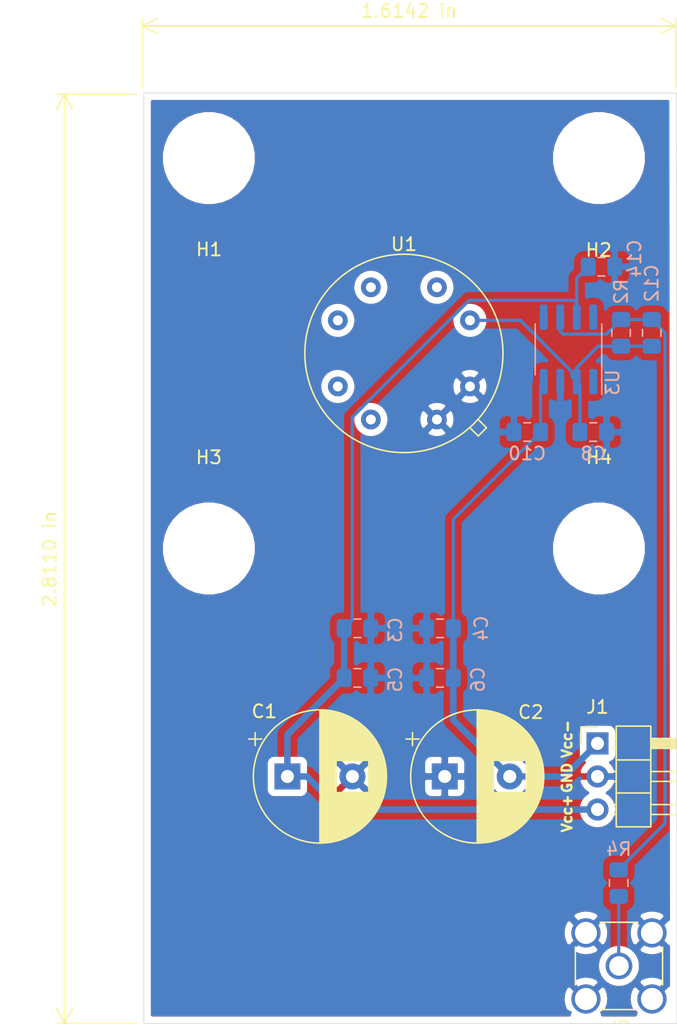
<source format=kicad_pcb>
(kicad_pcb (version 20171130) (host pcbnew "(5.1.4)-1")

  (general
    (thickness 1.6)
    (drawings 9)
    (tracks 46)
    (zones 0)
    (modules 20)
    (nets 10)
  )

  (page A4)
  (layers
    (0 F.Cu signal hide)
    (31 B.Cu signal hide)
    (32 B.Adhes user)
    (33 F.Adhes user)
    (34 B.Paste user)
    (35 F.Paste user)
    (36 B.SilkS user)
    (37 F.SilkS user)
    (38 B.Mask user)
    (39 F.Mask user)
    (40 Dwgs.User user)
    (41 Cmts.User user)
    (42 Eco1.User user)
    (43 Eco2.User user)
    (44 Edge.Cuts user)
    (45 Margin user)
    (46 B.CrtYd user)
    (47 F.CrtYd user)
    (48 B.Fab user)
    (49 F.Fab user)
  )

  (setup
    (last_trace_width 0.25)
    (user_trace_width 0.5)
    (trace_clearance 0.2)
    (zone_clearance 0.508)
    (zone_45_only no)
    (trace_min 0.2)
    (via_size 0.8)
    (via_drill 0.4)
    (via_min_size 0.4)
    (via_min_drill 0.3)
    (uvia_size 0.3)
    (uvia_drill 0.1)
    (uvias_allowed no)
    (uvia_min_size 0.2)
    (uvia_min_drill 0.1)
    (edge_width 0.05)
    (segment_width 0.2)
    (pcb_text_width 0.3)
    (pcb_text_size 1.5 1.5)
    (mod_edge_width 0.12)
    (mod_text_size 1 1)
    (mod_text_width 0.15)
    (pad_size 6.05 6.05)
    (pad_drill 6.02)
    (pad_to_mask_clearance 0.051)
    (solder_mask_min_width 0.25)
    (aux_axis_origin 0 0)
    (visible_elements 7FFFFFFF)
    (pcbplotparams
      (layerselection 0x010fc_ffffffff)
      (usegerberextensions false)
      (usegerberattributes false)
      (usegerberadvancedattributes false)
      (creategerberjobfile false)
      (excludeedgelayer true)
      (linewidth 0.100000)
      (plotframeref false)
      (viasonmask false)
      (mode 1)
      (useauxorigin false)
      (hpglpennumber 1)
      (hpglpenspeed 20)
      (hpglpendiameter 15.000000)
      (psnegative false)
      (psa4output false)
      (plotreference true)
      (plotvalue true)
      (plotinvisibletext false)
      (padsonsilk false)
      (subtractmaskfromsilk false)
      (outputformat 1)
      (mirror false)
      (drillshape 1)
      (scaleselection 1)
      (outputdirectory ""))
  )

  (net 0 "")
  (net 1 GND)
  (net 2 Vcc+)
  (net 3 Vcc-)
  (net 4 QC1)
  (net 5 "Net-(C12-Pad1)")
  (net 6 "Net-(J2-Pad1)")
  (net 7 "Net-(U3-Pad8)")
  (net 8 "Net-(U3-Pad5)")
  (net 9 "Net-(U3-Pad1)")

  (net_class Default "This is the default net class."
    (clearance 0.2)
    (trace_width 0.25)
    (via_dia 0.8)
    (via_drill 0.4)
    (uvia_dia 0.3)
    (uvia_drill 0.1)
    (add_net GND)
    (add_net "Net-(C12-Pad1)")
    (add_net "Net-(J2-Pad1)")
    (add_net "Net-(U3-Pad1)")
    (add_net "Net-(U3-Pad5)")
    (add_net "Net-(U3-Pad8)")
    (add_net QC1)
    (add_net Vcc+)
    (add_net Vcc-)
  )

  (module TO_Cans:TO-8_Can_8_Leads (layer F.Cu) (tedit 5E5D3D55) (tstamp 5E5D9ADF)
    (at 146.6 72.79)
    (path /5E5DC294)
    (fp_text reference U1 (at 0 -0.77) (layer F.SilkS)
      (effects (font (size 1 1) (thickness 0.15)))
    )
    (fp_text value Gentec_Emeter (at 0 -1.77) (layer F.Fab)
      (effects (font (size 1 1) (thickness 0.15)))
    )
    (fp_line (start 5.08 13.335) (end 5.715 13.97) (layer F.SilkS) (width 0.12))
    (fp_line (start 5.715 13.97) (end 6.35 13.335) (layer F.SilkS) (width 0.12))
    (fp_line (start 6.35 13.335) (end 5.715 12.7) (layer F.SilkS) (width 0.12))
    (fp_circle (center 0 7.62) (end 0 0) (layer F.SilkS) (width 0.12))
    (pad 3 thru_hole circle (at 2.54 2.54) (size 1.524 1.524) (drill 0.762) (layers *.Cu *.Mask))
    (pad 4 thru_hole circle (at -2.54 2.54) (size 1.524 1.524) (drill 0.762) (layers *.Cu *.Mask))
    (pad 5 thru_hole circle (at -5.08 5.08) (size 1.524 1.524) (drill 0.762) (layers *.Cu *.Mask))
    (pad 6 thru_hole circle (at -5.08 10.16) (size 1.524 1.524) (drill 0.762) (layers *.Cu *.Mask))
    (pad 2 thru_hole circle (at 5.08 5.08) (size 1.524 1.524) (drill 0.762) (layers *.Cu *.Mask)
      (net 4 QC1))
    (pad 1 thru_hole circle (at 5.08 10.16) (size 1.524 1.524) (drill 0.762) (layers *.Cu *.Mask)
      (net 1 GND))
    (pad 8 thru_hole circle (at 2.54 12.7) (size 1.524 1.524) (drill 0.762) (layers *.Cu *.Mask)
      (net 1 GND))
    (pad 7 thru_hole circle (at -2.54 12.7) (size 1.524 1.524) (drill 0.762) (layers *.Cu *.Mask))
  )

  (module Connector_Coaxial:SMA_Amphenol_132134-11_Vertical (layer F.Cu) (tedit 5B2F4C93) (tstamp 5DB7620A)
    (at 163.14 127.48 180)
    (descr https://www.amphenolrf.com/downloads/dl/file/id/3406/product/2975/132134_11_customer_drawing.pdf)
    (tags "SMA THT Female Jack Vertical ExtendedLegs")
    (path /5DB72BF6)
    (fp_text reference J2 (at 0 -4.75) (layer F.SilkS)
      (effects (font (size 1 1) (thickness 0.15)))
    )
    (fp_text value Conn_Coaxial (at 0 5) (layer F.Fab)
      (effects (font (size 1 1) (thickness 0.15)))
    )
    (fp_text user %R (at 0 0) (layer F.Fab)
      (effects (font (size 1 1) (thickness 0.15)))
    )
    (fp_line (start -1.45 -3.355) (end 1.45 -3.355) (layer F.SilkS) (width 0.12))
    (fp_line (start -1.45 3.355) (end 1.45 3.355) (layer F.SilkS) (width 0.12))
    (fp_line (start 3.355 -1.45) (end 3.355 1.45) (layer F.SilkS) (width 0.12))
    (fp_line (start -3.355 -1.45) (end -3.355 1.45) (layer F.SilkS) (width 0.12))
    (fp_line (start 3.175 -3.175) (end 3.175 3.175) (layer F.Fab) (width 0.1))
    (fp_line (start -3.175 3.175) (end 3.175 3.175) (layer F.Fab) (width 0.1))
    (fp_line (start -3.175 -3.175) (end -3.175 3.175) (layer F.Fab) (width 0.1))
    (fp_line (start -3.175 -3.175) (end 3.175 -3.175) (layer F.Fab) (width 0.1))
    (fp_line (start -4.17 -4.17) (end 4.17 -4.17) (layer F.CrtYd) (width 0.05))
    (fp_line (start -4.17 -4.17) (end -4.17 4.17) (layer F.CrtYd) (width 0.05))
    (fp_line (start 4.17 4.17) (end 4.17 -4.17) (layer F.CrtYd) (width 0.05))
    (fp_line (start 4.17 4.17) (end -4.17 4.17) (layer F.CrtYd) (width 0.05))
    (fp_circle (center 0 0) (end 3.175 0) (layer F.Fab) (width 0.1))
    (pad 2 thru_hole circle (at -2.54 2.54 180) (size 2.25 2.25) (drill 1.7) (layers *.Cu *.Mask)
      (net 1 GND))
    (pad 2 thru_hole circle (at -2.54 -2.54 180) (size 2.25 2.25) (drill 1.7) (layers *.Cu *.Mask)
      (net 1 GND))
    (pad 2 thru_hole circle (at 2.54 -2.54 180) (size 2.25 2.25) (drill 1.7) (layers *.Cu *.Mask)
      (net 1 GND))
    (pad 2 thru_hole circle (at 2.54 2.54 180) (size 2.25 2.25) (drill 1.7) (layers *.Cu *.Mask)
      (net 1 GND))
    (pad 1 thru_hole circle (at 0 0 180) (size 2.05 2.05) (drill 1.5) (layers *.Cu *.Mask)
      (net 6 "Net-(J2-Pad1)"))
    (model ${KISYS3DMOD}/Connector_Coaxial.3dshapes/SMA_Amphenol_132134-11_Vertical.wrl
      (at (xyz 0 0 0))
      (scale (xyz 1 1 1))
      (rotate (xyz 0 0 0))
    )
  )

  (module ThorLabs_CageSystem_MountHoles:ThorLabs_6mm_CageSystem_MountHole (layer F.Cu) (tedit 5DDD3FB6) (tstamp 5DB8CB24)
    (at 131.6 65.4)
    (descr "Mounting Hole 6mm, no annular")
    (tags "mounting hole 6mm no annular")
    (path /5DB91DBD)
    (attr virtual)
    (fp_text reference H1 (at 0.01 7.02 180) (layer F.SilkS)
      (effects (font (size 1 1) (thickness 0.15)))
    )
    (fp_text value MountingHole (at 0 7) (layer F.Fab)
      (effects (font (size 1 1) (thickness 0.15)))
    )
    (fp_circle (center 0 0) (end 6.25 0) (layer F.CrtYd) (width 0.05))
    (fp_circle (center 0 0) (end 6 0) (layer Cmts.User) (width 0.15))
    (fp_text user %R (at 0.3 0) (layer F.Fab)
      (effects (font (size 1 1) (thickness 0.15)))
    )
    (pad "" np_thru_hole circle (at 0 0) (size 6.05 6.05) (drill 6.05) (layers *.Cu *.Mask))
  )

  (module ThorLabs_CageSystem_MountHoles:ThorLabs_6mm_CageSystem_MountHole (layer F.Cu) (tedit 5DDD3FB6) (tstamp 5DB8CB76)
    (at 161.6 65.4)
    (descr "Mounting Hole 6mm, no annular")
    (tags "mounting hole 6mm no annular")
    (path /5DB92BC3)
    (attr virtual)
    (fp_text reference H2 (at -0.02 7.07) (layer F.SilkS)
      (effects (font (size 1 1) (thickness 0.15)))
    )
    (fp_text value MountingHole (at 0 7) (layer F.Fab)
      (effects (font (size 1 1) (thickness 0.15)))
    )
    (fp_circle (center 0 0) (end 6.25 0) (layer F.CrtYd) (width 0.05))
    (fp_circle (center 0 0) (end 6 0) (layer Cmts.User) (width 0.15))
    (fp_text user %R (at 0.3 0) (layer F.Fab)
      (effects (font (size 1 1) (thickness 0.15)))
    )
    (pad "" np_thru_hole circle (at 0 0) (size 6.05 6.05) (drill 6.05) (layers *.Cu *.Mask))
  )

  (module ThorLabs_CageSystem_MountHoles:ThorLabs_6mm_CageSystem_MountHole (layer F.Cu) (tedit 5DDD3FB6) (tstamp 5DB8C65B)
    (at 161.6 95.4)
    (descr "Mounting Hole 6mm, no annular")
    (tags "mounting hole 6mm no annular")
    (path /5DB92EEB)
    (attr virtual)
    (fp_text reference H4 (at 0 -7) (layer F.SilkS)
      (effects (font (size 1 1) (thickness 0.15)))
    )
    (fp_text value MountingHole (at 0 7) (layer F.Fab)
      (effects (font (size 1 1) (thickness 0.15)))
    )
    (fp_circle (center 0 0) (end 6.25 0) (layer F.CrtYd) (width 0.05))
    (fp_circle (center 0 0) (end 6 0) (layer Cmts.User) (width 0.15))
    (fp_text user %R (at 0.3 0) (layer F.Fab)
      (effects (font (size 1 1) (thickness 0.15)))
    )
    (pad "" np_thru_hole circle (at 0 0) (size 6.05 6.05) (drill 6.05) (layers *.Cu *.Mask))
  )

  (module ThorLabs_CageSystem_MountHoles:ThorLabs_6mm_CageSystem_MountHole (layer F.Cu) (tedit 5DDD3FB6) (tstamp 5DB8C653)
    (at 131.6 95.4)
    (descr "Mounting Hole 6mm, no annular")
    (tags "mounting hole 6mm no annular")
    (path /5DB924D1)
    (attr virtual)
    (fp_text reference H3 (at 0 -7) (layer F.SilkS)
      (effects (font (size 1 1) (thickness 0.15)))
    )
    (fp_text value MountingHole (at 0 7) (layer F.Fab)
      (effects (font (size 1 1) (thickness 0.15)))
    )
    (fp_circle (center 0 0) (end 6.25 0) (layer F.CrtYd) (width 0.05))
    (fp_circle (center 0 0) (end 6 0) (layer Cmts.User) (width 0.15))
    (fp_text user %R (at 0.3 0) (layer F.Fab)
      (effects (font (size 1 1) (thickness 0.15)))
    )
    (pad "" np_thru_hole circle (at 0 0) (size 6.05 6.05) (drill 6.05) (layers *.Cu *.Mask))
  )

  (module Capacitor_THT:CP_Radial_D10.0mm_P5.00mm (layer F.Cu) (tedit 5AE50EF1) (tstamp 5DB8E9DC)
    (at 137.64 112.92)
    (descr "CP, Radial series, Radial, pin pitch=5.00mm, , diameter=10mm, Electrolytic Capacitor")
    (tags "CP Radial series Radial pin pitch 5.00mm  diameter 10mm Electrolytic Capacitor")
    (path /5DBAAE38)
    (fp_text reference C1 (at -1.78 -5) (layer F.SilkS)
      (effects (font (size 1 1) (thickness 0.15)))
    )
    (fp_text value 10uF (at 2.5 6.25) (layer F.Fab)
      (effects (font (size 1 1) (thickness 0.15)))
    )
    (fp_text user %R (at 2.5 0) (layer F.Fab)
      (effects (font (size 1 1) (thickness 0.15)))
    )
    (fp_line (start -2.479646 -3.375) (end -2.479646 -2.375) (layer F.SilkS) (width 0.12))
    (fp_line (start -2.979646 -2.875) (end -1.979646 -2.875) (layer F.SilkS) (width 0.12))
    (fp_line (start 7.581 -0.599) (end 7.581 0.599) (layer F.SilkS) (width 0.12))
    (fp_line (start 7.541 -0.862) (end 7.541 0.862) (layer F.SilkS) (width 0.12))
    (fp_line (start 7.501 -1.062) (end 7.501 1.062) (layer F.SilkS) (width 0.12))
    (fp_line (start 7.461 -1.23) (end 7.461 1.23) (layer F.SilkS) (width 0.12))
    (fp_line (start 7.421 -1.378) (end 7.421 1.378) (layer F.SilkS) (width 0.12))
    (fp_line (start 7.381 -1.51) (end 7.381 1.51) (layer F.SilkS) (width 0.12))
    (fp_line (start 7.341 -1.63) (end 7.341 1.63) (layer F.SilkS) (width 0.12))
    (fp_line (start 7.301 -1.742) (end 7.301 1.742) (layer F.SilkS) (width 0.12))
    (fp_line (start 7.261 -1.846) (end 7.261 1.846) (layer F.SilkS) (width 0.12))
    (fp_line (start 7.221 -1.944) (end 7.221 1.944) (layer F.SilkS) (width 0.12))
    (fp_line (start 7.181 -2.037) (end 7.181 2.037) (layer F.SilkS) (width 0.12))
    (fp_line (start 7.141 -2.125) (end 7.141 2.125) (layer F.SilkS) (width 0.12))
    (fp_line (start 7.101 -2.209) (end 7.101 2.209) (layer F.SilkS) (width 0.12))
    (fp_line (start 7.061 -2.289) (end 7.061 2.289) (layer F.SilkS) (width 0.12))
    (fp_line (start 7.021 -2.365) (end 7.021 2.365) (layer F.SilkS) (width 0.12))
    (fp_line (start 6.981 -2.439) (end 6.981 2.439) (layer F.SilkS) (width 0.12))
    (fp_line (start 6.941 -2.51) (end 6.941 2.51) (layer F.SilkS) (width 0.12))
    (fp_line (start 6.901 -2.579) (end 6.901 2.579) (layer F.SilkS) (width 0.12))
    (fp_line (start 6.861 -2.645) (end 6.861 2.645) (layer F.SilkS) (width 0.12))
    (fp_line (start 6.821 -2.709) (end 6.821 2.709) (layer F.SilkS) (width 0.12))
    (fp_line (start 6.781 -2.77) (end 6.781 2.77) (layer F.SilkS) (width 0.12))
    (fp_line (start 6.741 -2.83) (end 6.741 2.83) (layer F.SilkS) (width 0.12))
    (fp_line (start 6.701 -2.889) (end 6.701 2.889) (layer F.SilkS) (width 0.12))
    (fp_line (start 6.661 -2.945) (end 6.661 2.945) (layer F.SilkS) (width 0.12))
    (fp_line (start 6.621 -3) (end 6.621 3) (layer F.SilkS) (width 0.12))
    (fp_line (start 6.581 -3.054) (end 6.581 3.054) (layer F.SilkS) (width 0.12))
    (fp_line (start 6.541 -3.106) (end 6.541 3.106) (layer F.SilkS) (width 0.12))
    (fp_line (start 6.501 -3.156) (end 6.501 3.156) (layer F.SilkS) (width 0.12))
    (fp_line (start 6.461 -3.206) (end 6.461 3.206) (layer F.SilkS) (width 0.12))
    (fp_line (start 6.421 -3.254) (end 6.421 3.254) (layer F.SilkS) (width 0.12))
    (fp_line (start 6.381 -3.301) (end 6.381 3.301) (layer F.SilkS) (width 0.12))
    (fp_line (start 6.341 -3.347) (end 6.341 3.347) (layer F.SilkS) (width 0.12))
    (fp_line (start 6.301 -3.392) (end 6.301 3.392) (layer F.SilkS) (width 0.12))
    (fp_line (start 6.261 -3.436) (end 6.261 3.436) (layer F.SilkS) (width 0.12))
    (fp_line (start 6.221 1.241) (end 6.221 3.478) (layer F.SilkS) (width 0.12))
    (fp_line (start 6.221 -3.478) (end 6.221 -1.241) (layer F.SilkS) (width 0.12))
    (fp_line (start 6.181 1.241) (end 6.181 3.52) (layer F.SilkS) (width 0.12))
    (fp_line (start 6.181 -3.52) (end 6.181 -1.241) (layer F.SilkS) (width 0.12))
    (fp_line (start 6.141 1.241) (end 6.141 3.561) (layer F.SilkS) (width 0.12))
    (fp_line (start 6.141 -3.561) (end 6.141 -1.241) (layer F.SilkS) (width 0.12))
    (fp_line (start 6.101 1.241) (end 6.101 3.601) (layer F.SilkS) (width 0.12))
    (fp_line (start 6.101 -3.601) (end 6.101 -1.241) (layer F.SilkS) (width 0.12))
    (fp_line (start 6.061 1.241) (end 6.061 3.64) (layer F.SilkS) (width 0.12))
    (fp_line (start 6.061 -3.64) (end 6.061 -1.241) (layer F.SilkS) (width 0.12))
    (fp_line (start 6.021 1.241) (end 6.021 3.679) (layer F.SilkS) (width 0.12))
    (fp_line (start 6.021 -3.679) (end 6.021 -1.241) (layer F.SilkS) (width 0.12))
    (fp_line (start 5.981 1.241) (end 5.981 3.716) (layer F.SilkS) (width 0.12))
    (fp_line (start 5.981 -3.716) (end 5.981 -1.241) (layer F.SilkS) (width 0.12))
    (fp_line (start 5.941 1.241) (end 5.941 3.753) (layer F.SilkS) (width 0.12))
    (fp_line (start 5.941 -3.753) (end 5.941 -1.241) (layer F.SilkS) (width 0.12))
    (fp_line (start 5.901 1.241) (end 5.901 3.789) (layer F.SilkS) (width 0.12))
    (fp_line (start 5.901 -3.789) (end 5.901 -1.241) (layer F.SilkS) (width 0.12))
    (fp_line (start 5.861 1.241) (end 5.861 3.824) (layer F.SilkS) (width 0.12))
    (fp_line (start 5.861 -3.824) (end 5.861 -1.241) (layer F.SilkS) (width 0.12))
    (fp_line (start 5.821 1.241) (end 5.821 3.858) (layer F.SilkS) (width 0.12))
    (fp_line (start 5.821 -3.858) (end 5.821 -1.241) (layer F.SilkS) (width 0.12))
    (fp_line (start 5.781 1.241) (end 5.781 3.892) (layer F.SilkS) (width 0.12))
    (fp_line (start 5.781 -3.892) (end 5.781 -1.241) (layer F.SilkS) (width 0.12))
    (fp_line (start 5.741 1.241) (end 5.741 3.925) (layer F.SilkS) (width 0.12))
    (fp_line (start 5.741 -3.925) (end 5.741 -1.241) (layer F.SilkS) (width 0.12))
    (fp_line (start 5.701 1.241) (end 5.701 3.957) (layer F.SilkS) (width 0.12))
    (fp_line (start 5.701 -3.957) (end 5.701 -1.241) (layer F.SilkS) (width 0.12))
    (fp_line (start 5.661 1.241) (end 5.661 3.989) (layer F.SilkS) (width 0.12))
    (fp_line (start 5.661 -3.989) (end 5.661 -1.241) (layer F.SilkS) (width 0.12))
    (fp_line (start 5.621 1.241) (end 5.621 4.02) (layer F.SilkS) (width 0.12))
    (fp_line (start 5.621 -4.02) (end 5.621 -1.241) (layer F.SilkS) (width 0.12))
    (fp_line (start 5.581 1.241) (end 5.581 4.05) (layer F.SilkS) (width 0.12))
    (fp_line (start 5.581 -4.05) (end 5.581 -1.241) (layer F.SilkS) (width 0.12))
    (fp_line (start 5.541 1.241) (end 5.541 4.08) (layer F.SilkS) (width 0.12))
    (fp_line (start 5.541 -4.08) (end 5.541 -1.241) (layer F.SilkS) (width 0.12))
    (fp_line (start 5.501 1.241) (end 5.501 4.11) (layer F.SilkS) (width 0.12))
    (fp_line (start 5.501 -4.11) (end 5.501 -1.241) (layer F.SilkS) (width 0.12))
    (fp_line (start 5.461 1.241) (end 5.461 4.138) (layer F.SilkS) (width 0.12))
    (fp_line (start 5.461 -4.138) (end 5.461 -1.241) (layer F.SilkS) (width 0.12))
    (fp_line (start 5.421 1.241) (end 5.421 4.166) (layer F.SilkS) (width 0.12))
    (fp_line (start 5.421 -4.166) (end 5.421 -1.241) (layer F.SilkS) (width 0.12))
    (fp_line (start 5.381 1.241) (end 5.381 4.194) (layer F.SilkS) (width 0.12))
    (fp_line (start 5.381 -4.194) (end 5.381 -1.241) (layer F.SilkS) (width 0.12))
    (fp_line (start 5.341 1.241) (end 5.341 4.221) (layer F.SilkS) (width 0.12))
    (fp_line (start 5.341 -4.221) (end 5.341 -1.241) (layer F.SilkS) (width 0.12))
    (fp_line (start 5.301 1.241) (end 5.301 4.247) (layer F.SilkS) (width 0.12))
    (fp_line (start 5.301 -4.247) (end 5.301 -1.241) (layer F.SilkS) (width 0.12))
    (fp_line (start 5.261 1.241) (end 5.261 4.273) (layer F.SilkS) (width 0.12))
    (fp_line (start 5.261 -4.273) (end 5.261 -1.241) (layer F.SilkS) (width 0.12))
    (fp_line (start 5.221 1.241) (end 5.221 4.298) (layer F.SilkS) (width 0.12))
    (fp_line (start 5.221 -4.298) (end 5.221 -1.241) (layer F.SilkS) (width 0.12))
    (fp_line (start 5.181 1.241) (end 5.181 4.323) (layer F.SilkS) (width 0.12))
    (fp_line (start 5.181 -4.323) (end 5.181 -1.241) (layer F.SilkS) (width 0.12))
    (fp_line (start 5.141 1.241) (end 5.141 4.347) (layer F.SilkS) (width 0.12))
    (fp_line (start 5.141 -4.347) (end 5.141 -1.241) (layer F.SilkS) (width 0.12))
    (fp_line (start 5.101 1.241) (end 5.101 4.371) (layer F.SilkS) (width 0.12))
    (fp_line (start 5.101 -4.371) (end 5.101 -1.241) (layer F.SilkS) (width 0.12))
    (fp_line (start 5.061 1.241) (end 5.061 4.395) (layer F.SilkS) (width 0.12))
    (fp_line (start 5.061 -4.395) (end 5.061 -1.241) (layer F.SilkS) (width 0.12))
    (fp_line (start 5.021 1.241) (end 5.021 4.417) (layer F.SilkS) (width 0.12))
    (fp_line (start 5.021 -4.417) (end 5.021 -1.241) (layer F.SilkS) (width 0.12))
    (fp_line (start 4.981 1.241) (end 4.981 4.44) (layer F.SilkS) (width 0.12))
    (fp_line (start 4.981 -4.44) (end 4.981 -1.241) (layer F.SilkS) (width 0.12))
    (fp_line (start 4.941 1.241) (end 4.941 4.462) (layer F.SilkS) (width 0.12))
    (fp_line (start 4.941 -4.462) (end 4.941 -1.241) (layer F.SilkS) (width 0.12))
    (fp_line (start 4.901 1.241) (end 4.901 4.483) (layer F.SilkS) (width 0.12))
    (fp_line (start 4.901 -4.483) (end 4.901 -1.241) (layer F.SilkS) (width 0.12))
    (fp_line (start 4.861 1.241) (end 4.861 4.504) (layer F.SilkS) (width 0.12))
    (fp_line (start 4.861 -4.504) (end 4.861 -1.241) (layer F.SilkS) (width 0.12))
    (fp_line (start 4.821 1.241) (end 4.821 4.525) (layer F.SilkS) (width 0.12))
    (fp_line (start 4.821 -4.525) (end 4.821 -1.241) (layer F.SilkS) (width 0.12))
    (fp_line (start 4.781 1.241) (end 4.781 4.545) (layer F.SilkS) (width 0.12))
    (fp_line (start 4.781 -4.545) (end 4.781 -1.241) (layer F.SilkS) (width 0.12))
    (fp_line (start 4.741 1.241) (end 4.741 4.564) (layer F.SilkS) (width 0.12))
    (fp_line (start 4.741 -4.564) (end 4.741 -1.241) (layer F.SilkS) (width 0.12))
    (fp_line (start 4.701 1.241) (end 4.701 4.584) (layer F.SilkS) (width 0.12))
    (fp_line (start 4.701 -4.584) (end 4.701 -1.241) (layer F.SilkS) (width 0.12))
    (fp_line (start 4.661 1.241) (end 4.661 4.603) (layer F.SilkS) (width 0.12))
    (fp_line (start 4.661 -4.603) (end 4.661 -1.241) (layer F.SilkS) (width 0.12))
    (fp_line (start 4.621 1.241) (end 4.621 4.621) (layer F.SilkS) (width 0.12))
    (fp_line (start 4.621 -4.621) (end 4.621 -1.241) (layer F.SilkS) (width 0.12))
    (fp_line (start 4.581 1.241) (end 4.581 4.639) (layer F.SilkS) (width 0.12))
    (fp_line (start 4.581 -4.639) (end 4.581 -1.241) (layer F.SilkS) (width 0.12))
    (fp_line (start 4.541 1.241) (end 4.541 4.657) (layer F.SilkS) (width 0.12))
    (fp_line (start 4.541 -4.657) (end 4.541 -1.241) (layer F.SilkS) (width 0.12))
    (fp_line (start 4.501 1.241) (end 4.501 4.674) (layer F.SilkS) (width 0.12))
    (fp_line (start 4.501 -4.674) (end 4.501 -1.241) (layer F.SilkS) (width 0.12))
    (fp_line (start 4.461 1.241) (end 4.461 4.69) (layer F.SilkS) (width 0.12))
    (fp_line (start 4.461 -4.69) (end 4.461 -1.241) (layer F.SilkS) (width 0.12))
    (fp_line (start 4.421 1.241) (end 4.421 4.707) (layer F.SilkS) (width 0.12))
    (fp_line (start 4.421 -4.707) (end 4.421 -1.241) (layer F.SilkS) (width 0.12))
    (fp_line (start 4.381 1.241) (end 4.381 4.723) (layer F.SilkS) (width 0.12))
    (fp_line (start 4.381 -4.723) (end 4.381 -1.241) (layer F.SilkS) (width 0.12))
    (fp_line (start 4.341 1.241) (end 4.341 4.738) (layer F.SilkS) (width 0.12))
    (fp_line (start 4.341 -4.738) (end 4.341 -1.241) (layer F.SilkS) (width 0.12))
    (fp_line (start 4.301 1.241) (end 4.301 4.754) (layer F.SilkS) (width 0.12))
    (fp_line (start 4.301 -4.754) (end 4.301 -1.241) (layer F.SilkS) (width 0.12))
    (fp_line (start 4.261 1.241) (end 4.261 4.768) (layer F.SilkS) (width 0.12))
    (fp_line (start 4.261 -4.768) (end 4.261 -1.241) (layer F.SilkS) (width 0.12))
    (fp_line (start 4.221 1.241) (end 4.221 4.783) (layer F.SilkS) (width 0.12))
    (fp_line (start 4.221 -4.783) (end 4.221 -1.241) (layer F.SilkS) (width 0.12))
    (fp_line (start 4.181 1.241) (end 4.181 4.797) (layer F.SilkS) (width 0.12))
    (fp_line (start 4.181 -4.797) (end 4.181 -1.241) (layer F.SilkS) (width 0.12))
    (fp_line (start 4.141 1.241) (end 4.141 4.811) (layer F.SilkS) (width 0.12))
    (fp_line (start 4.141 -4.811) (end 4.141 -1.241) (layer F.SilkS) (width 0.12))
    (fp_line (start 4.101 1.241) (end 4.101 4.824) (layer F.SilkS) (width 0.12))
    (fp_line (start 4.101 -4.824) (end 4.101 -1.241) (layer F.SilkS) (width 0.12))
    (fp_line (start 4.061 1.241) (end 4.061 4.837) (layer F.SilkS) (width 0.12))
    (fp_line (start 4.061 -4.837) (end 4.061 -1.241) (layer F.SilkS) (width 0.12))
    (fp_line (start 4.021 1.241) (end 4.021 4.85) (layer F.SilkS) (width 0.12))
    (fp_line (start 4.021 -4.85) (end 4.021 -1.241) (layer F.SilkS) (width 0.12))
    (fp_line (start 3.981 1.241) (end 3.981 4.862) (layer F.SilkS) (width 0.12))
    (fp_line (start 3.981 -4.862) (end 3.981 -1.241) (layer F.SilkS) (width 0.12))
    (fp_line (start 3.941 1.241) (end 3.941 4.874) (layer F.SilkS) (width 0.12))
    (fp_line (start 3.941 -4.874) (end 3.941 -1.241) (layer F.SilkS) (width 0.12))
    (fp_line (start 3.901 1.241) (end 3.901 4.885) (layer F.SilkS) (width 0.12))
    (fp_line (start 3.901 -4.885) (end 3.901 -1.241) (layer F.SilkS) (width 0.12))
    (fp_line (start 3.861 1.241) (end 3.861 4.897) (layer F.SilkS) (width 0.12))
    (fp_line (start 3.861 -4.897) (end 3.861 -1.241) (layer F.SilkS) (width 0.12))
    (fp_line (start 3.821 1.241) (end 3.821 4.907) (layer F.SilkS) (width 0.12))
    (fp_line (start 3.821 -4.907) (end 3.821 -1.241) (layer F.SilkS) (width 0.12))
    (fp_line (start 3.781 1.241) (end 3.781 4.918) (layer F.SilkS) (width 0.12))
    (fp_line (start 3.781 -4.918) (end 3.781 -1.241) (layer F.SilkS) (width 0.12))
    (fp_line (start 3.741 -4.928) (end 3.741 4.928) (layer F.SilkS) (width 0.12))
    (fp_line (start 3.701 -4.938) (end 3.701 4.938) (layer F.SilkS) (width 0.12))
    (fp_line (start 3.661 -4.947) (end 3.661 4.947) (layer F.SilkS) (width 0.12))
    (fp_line (start 3.621 -4.956) (end 3.621 4.956) (layer F.SilkS) (width 0.12))
    (fp_line (start 3.581 -4.965) (end 3.581 4.965) (layer F.SilkS) (width 0.12))
    (fp_line (start 3.541 -4.974) (end 3.541 4.974) (layer F.SilkS) (width 0.12))
    (fp_line (start 3.501 -4.982) (end 3.501 4.982) (layer F.SilkS) (width 0.12))
    (fp_line (start 3.461 -4.99) (end 3.461 4.99) (layer F.SilkS) (width 0.12))
    (fp_line (start 3.421 -4.997) (end 3.421 4.997) (layer F.SilkS) (width 0.12))
    (fp_line (start 3.381 -5.004) (end 3.381 5.004) (layer F.SilkS) (width 0.12))
    (fp_line (start 3.341 -5.011) (end 3.341 5.011) (layer F.SilkS) (width 0.12))
    (fp_line (start 3.301 -5.018) (end 3.301 5.018) (layer F.SilkS) (width 0.12))
    (fp_line (start 3.261 -5.024) (end 3.261 5.024) (layer F.SilkS) (width 0.12))
    (fp_line (start 3.221 -5.03) (end 3.221 5.03) (layer F.SilkS) (width 0.12))
    (fp_line (start 3.18 -5.035) (end 3.18 5.035) (layer F.SilkS) (width 0.12))
    (fp_line (start 3.14 -5.04) (end 3.14 5.04) (layer F.SilkS) (width 0.12))
    (fp_line (start 3.1 -5.045) (end 3.1 5.045) (layer F.SilkS) (width 0.12))
    (fp_line (start 3.06 -5.05) (end 3.06 5.05) (layer F.SilkS) (width 0.12))
    (fp_line (start 3.02 -5.054) (end 3.02 5.054) (layer F.SilkS) (width 0.12))
    (fp_line (start 2.98 -5.058) (end 2.98 5.058) (layer F.SilkS) (width 0.12))
    (fp_line (start 2.94 -5.062) (end 2.94 5.062) (layer F.SilkS) (width 0.12))
    (fp_line (start 2.9 -5.065) (end 2.9 5.065) (layer F.SilkS) (width 0.12))
    (fp_line (start 2.86 -5.068) (end 2.86 5.068) (layer F.SilkS) (width 0.12))
    (fp_line (start 2.82 -5.07) (end 2.82 5.07) (layer F.SilkS) (width 0.12))
    (fp_line (start 2.78 -5.073) (end 2.78 5.073) (layer F.SilkS) (width 0.12))
    (fp_line (start 2.74 -5.075) (end 2.74 5.075) (layer F.SilkS) (width 0.12))
    (fp_line (start 2.7 -5.077) (end 2.7 5.077) (layer F.SilkS) (width 0.12))
    (fp_line (start 2.66 -5.078) (end 2.66 5.078) (layer F.SilkS) (width 0.12))
    (fp_line (start 2.62 -5.079) (end 2.62 5.079) (layer F.SilkS) (width 0.12))
    (fp_line (start 2.58 -5.08) (end 2.58 5.08) (layer F.SilkS) (width 0.12))
    (fp_line (start 2.54 -5.08) (end 2.54 5.08) (layer F.SilkS) (width 0.12))
    (fp_line (start 2.5 -5.08) (end 2.5 5.08) (layer F.SilkS) (width 0.12))
    (fp_line (start -1.288861 -2.6875) (end -1.288861 -1.6875) (layer F.Fab) (width 0.1))
    (fp_line (start -1.788861 -2.1875) (end -0.788861 -2.1875) (layer F.Fab) (width 0.1))
    (fp_circle (center 2.5 0) (end 7.75 0) (layer F.CrtYd) (width 0.05))
    (fp_circle (center 2.5 0) (end 7.62 0) (layer F.SilkS) (width 0.12))
    (fp_circle (center 2.5 0) (end 7.5 0) (layer F.Fab) (width 0.1))
    (pad 2 thru_hole circle (at 5 0) (size 2 2) (drill 1) (layers *.Cu *.Mask)
      (net 1 GND))
    (pad 1 thru_hole rect (at 0 0) (size 2 2) (drill 1) (layers *.Cu *.Mask)
      (net 2 Vcc+))
    (model ${KISYS3DMOD}/Capacitor_THT.3dshapes/CP_Radial_D10.0mm_P5.00mm.wrl
      (at (xyz 0 0 0))
      (scale (xyz 1 1 1))
      (rotate (xyz 0 0 0))
    )
  )

  (module Connector_PinHeader_2.54mm:PinHeader_1x03_P2.54mm_Horizontal (layer F.Cu) (tedit 59FED5CB) (tstamp 5DD8889D)
    (at 161.49 110.38)
    (descr "Through hole angled pin header, 1x03, 2.54mm pitch, 6mm pin length, single row")
    (tags "Through hole angled pin header THT 1x03 2.54mm single row")
    (path /5DB94171)
    (fp_text reference J1 (at 0 -2.8) (layer F.SilkS)
      (effects (font (size 1 1) (thickness 0.15)))
    )
    (fp_text value "1x03 Pin Header 2.54mm" (at 4.385 7.35) (layer F.Fab)
      (effects (font (size 1 1) (thickness 0.15)))
    )
    (fp_text user %R (at 2.77 2.54 -270) (layer F.Fab)
      (effects (font (size 1 1) (thickness 0.15)))
    )
    (fp_line (start 10.55 -1.8) (end -1.8 -1.8) (layer F.CrtYd) (width 0.05))
    (fp_line (start 10.55 6.85) (end 10.55 -1.8) (layer F.CrtYd) (width 0.05))
    (fp_line (start -1.8 6.85) (end 10.55 6.85) (layer F.CrtYd) (width 0.05))
    (fp_line (start -1.8 -1.8) (end -1.8 6.85) (layer F.CrtYd) (width 0.05))
    (fp_line (start -1.27 -1.27) (end 0 -1.27) (layer F.SilkS) (width 0.12))
    (fp_line (start -1.27 0) (end -1.27 -1.27) (layer F.SilkS) (width 0.12))
    (fp_line (start 1.042929 5.46) (end 1.44 5.46) (layer F.SilkS) (width 0.12))
    (fp_line (start 1.042929 4.7) (end 1.44 4.7) (layer F.SilkS) (width 0.12))
    (fp_line (start 10.1 5.46) (end 4.1 5.46) (layer F.SilkS) (width 0.12))
    (fp_line (start 10.1 4.7) (end 10.1 5.46) (layer F.SilkS) (width 0.12))
    (fp_line (start 4.1 4.7) (end 10.1 4.7) (layer F.SilkS) (width 0.12))
    (fp_line (start 1.44 3.81) (end 4.1 3.81) (layer F.SilkS) (width 0.12))
    (fp_line (start 1.042929 2.92) (end 1.44 2.92) (layer F.SilkS) (width 0.12))
    (fp_line (start 1.042929 2.16) (end 1.44 2.16) (layer F.SilkS) (width 0.12))
    (fp_line (start 10.1 2.92) (end 4.1 2.92) (layer F.SilkS) (width 0.12))
    (fp_line (start 10.1 2.16) (end 10.1 2.92) (layer F.SilkS) (width 0.12))
    (fp_line (start 4.1 2.16) (end 10.1 2.16) (layer F.SilkS) (width 0.12))
    (fp_line (start 1.44 1.27) (end 4.1 1.27) (layer F.SilkS) (width 0.12))
    (fp_line (start 1.11 0.38) (end 1.44 0.38) (layer F.SilkS) (width 0.12))
    (fp_line (start 1.11 -0.38) (end 1.44 -0.38) (layer F.SilkS) (width 0.12))
    (fp_line (start 4.1 0.28) (end 10.1 0.28) (layer F.SilkS) (width 0.12))
    (fp_line (start 4.1 0.16) (end 10.1 0.16) (layer F.SilkS) (width 0.12))
    (fp_line (start 4.1 0.04) (end 10.1 0.04) (layer F.SilkS) (width 0.12))
    (fp_line (start 4.1 -0.08) (end 10.1 -0.08) (layer F.SilkS) (width 0.12))
    (fp_line (start 4.1 -0.2) (end 10.1 -0.2) (layer F.SilkS) (width 0.12))
    (fp_line (start 4.1 -0.32) (end 10.1 -0.32) (layer F.SilkS) (width 0.12))
    (fp_line (start 10.1 0.38) (end 4.1 0.38) (layer F.SilkS) (width 0.12))
    (fp_line (start 10.1 -0.38) (end 10.1 0.38) (layer F.SilkS) (width 0.12))
    (fp_line (start 4.1 -0.38) (end 10.1 -0.38) (layer F.SilkS) (width 0.12))
    (fp_line (start 4.1 -1.33) (end 1.44 -1.33) (layer F.SilkS) (width 0.12))
    (fp_line (start 4.1 6.41) (end 4.1 -1.33) (layer F.SilkS) (width 0.12))
    (fp_line (start 1.44 6.41) (end 4.1 6.41) (layer F.SilkS) (width 0.12))
    (fp_line (start 1.44 -1.33) (end 1.44 6.41) (layer F.SilkS) (width 0.12))
    (fp_line (start 4.04 5.4) (end 10.04 5.4) (layer F.Fab) (width 0.1))
    (fp_line (start 10.04 4.76) (end 10.04 5.4) (layer F.Fab) (width 0.1))
    (fp_line (start 4.04 4.76) (end 10.04 4.76) (layer F.Fab) (width 0.1))
    (fp_line (start -0.32 5.4) (end 1.5 5.4) (layer F.Fab) (width 0.1))
    (fp_line (start -0.32 4.76) (end -0.32 5.4) (layer F.Fab) (width 0.1))
    (fp_line (start -0.32 4.76) (end 1.5 4.76) (layer F.Fab) (width 0.1))
    (fp_line (start 4.04 2.86) (end 10.04 2.86) (layer F.Fab) (width 0.1))
    (fp_line (start 10.04 2.22) (end 10.04 2.86) (layer F.Fab) (width 0.1))
    (fp_line (start 4.04 2.22) (end 10.04 2.22) (layer F.Fab) (width 0.1))
    (fp_line (start -0.32 2.86) (end 1.5 2.86) (layer F.Fab) (width 0.1))
    (fp_line (start -0.32 2.22) (end -0.32 2.86) (layer F.Fab) (width 0.1))
    (fp_line (start -0.32 2.22) (end 1.5 2.22) (layer F.Fab) (width 0.1))
    (fp_line (start 4.04 0.32) (end 10.04 0.32) (layer F.Fab) (width 0.1))
    (fp_line (start 10.04 -0.32) (end 10.04 0.32) (layer F.Fab) (width 0.1))
    (fp_line (start 4.04 -0.32) (end 10.04 -0.32) (layer F.Fab) (width 0.1))
    (fp_line (start -0.32 0.32) (end 1.5 0.32) (layer F.Fab) (width 0.1))
    (fp_line (start -0.32 -0.32) (end -0.32 0.32) (layer F.Fab) (width 0.1))
    (fp_line (start -0.32 -0.32) (end 1.5 -0.32) (layer F.Fab) (width 0.1))
    (fp_line (start 1.5 -0.635) (end 2.135 -1.27) (layer F.Fab) (width 0.1))
    (fp_line (start 1.5 6.35) (end 1.5 -0.635) (layer F.Fab) (width 0.1))
    (fp_line (start 4.04 6.35) (end 1.5 6.35) (layer F.Fab) (width 0.1))
    (fp_line (start 4.04 -1.27) (end 4.04 6.35) (layer F.Fab) (width 0.1))
    (fp_line (start 2.135 -1.27) (end 4.04 -1.27) (layer F.Fab) (width 0.1))
    (pad 3 thru_hole oval (at 0 5.08) (size 1.7 1.7) (drill 1) (layers *.Cu *.Mask)
      (net 2 Vcc+))
    (pad 2 thru_hole oval (at 0 2.54) (size 1.7 1.7) (drill 1) (layers *.Cu *.Mask)
      (net 1 GND))
    (pad 1 thru_hole rect (at 0 0) (size 1.7 1.7) (drill 1) (layers *.Cu *.Mask)
      (net 3 Vcc-))
    (model ${KISYS3DMOD}/Connector_PinHeader_2.54mm.3dshapes/PinHeader_1x03_P2.54mm_Horizontal.wrl
      (at (xyz 0 0 0))
      (scale (xyz 1 1 1))
      (rotate (xyz 0 0 0))
    )
  )

  (module Capacitor_SMD:C_0805_2012Metric_Pad1.15x1.40mm_HandSolder (layer B.Cu) (tedit 5B36C52B) (tstamp 5DC0B262)
    (at 161.798 73.751)
    (descr "Capacitor SMD 0805 (2012 Metric), square (rectangular) end terminal, IPC_7351 nominal with elongated pad for handsoldering. (Body size source: https://docs.google.com/spreadsheets/d/1BsfQQcO9C6DZCsRaXUlFlo91Tg2WpOkGARC1WS5S8t0/edit?usp=sharing), generated with kicad-footprint-generator")
    (tags "capacitor handsolder")
    (path /5DB703E8)
    (attr smd)
    (fp_text reference C14 (at 2.54 -0.635 90) (layer B.SilkS)
      (effects (font (size 1 1) (thickness 0.15)) (justify mirror))
    )
    (fp_text value 0.1uF (at 0 -1.65) (layer B.Fab)
      (effects (font (size 1 1) (thickness 0.15)) (justify mirror))
    )
    (fp_text user %R (at 5.861 9.137 90) (layer B.Fab)
      (effects (font (size 0.5 0.5) (thickness 0.08)) (justify mirror))
    )
    (fp_line (start 1.85 -0.95) (end -1.85 -0.95) (layer B.CrtYd) (width 0.05))
    (fp_line (start 1.85 0.95) (end 1.85 -0.95) (layer B.CrtYd) (width 0.05))
    (fp_line (start -1.85 0.95) (end 1.85 0.95) (layer B.CrtYd) (width 0.05))
    (fp_line (start -1.85 -0.95) (end -1.85 0.95) (layer B.CrtYd) (width 0.05))
    (fp_line (start -0.261252 -0.71) (end 0.261252 -0.71) (layer B.SilkS) (width 0.12))
    (fp_line (start -0.261252 0.71) (end 0.261252 0.71) (layer B.SilkS) (width 0.12))
    (fp_line (start 1 -0.6) (end -1 -0.6) (layer B.Fab) (width 0.1))
    (fp_line (start 1 0.6) (end 1 -0.6) (layer B.Fab) (width 0.1))
    (fp_line (start -1 0.6) (end 1 0.6) (layer B.Fab) (width 0.1))
    (fp_line (start -1 -0.6) (end -1 0.6) (layer B.Fab) (width 0.1))
    (pad 2 smd roundrect (at 1.025 0) (size 1.15 1.4) (layers B.Cu B.Paste B.Mask) (roundrect_rratio 0.217391)
      (net 1 GND))
    (pad 1 smd roundrect (at -1.025 0) (size 1.15 1.4) (layers B.Cu B.Paste B.Mask) (roundrect_rratio 0.217391)
      (net 2 Vcc+))
    (model ${KISYS3DMOD}/Capacitor_SMD.3dshapes/C_0805_2012Metric.wrl
      (at (xyz 0 0 0))
      (scale (xyz 1 1 1))
      (rotate (xyz 0 0 0))
    )
  )

  (module Package_SO:SOIC-8_3.9x4.9mm_P1.27mm (layer B.Cu) (tedit 5C97300E) (tstamp 5DC0B29B)
    (at 159.258 80.101 90)
    (descr "SOIC, 8 Pin (JEDEC MS-012AA, https://www.analog.com/media/en/package-pcb-resources/package/pkg_pdf/soic_narrow-r/r_8.pdf), generated with kicad-footprint-generator ipc_gullwing_generator.py")
    (tags "SOIC SO")
    (path /5DB3B6F1)
    (attr smd)
    (fp_text reference U3 (at -2.54 3.4 270) (layer B.SilkS)
      (effects (font (size 1 1) (thickness 0.15)) (justify mirror))
    )
    (fp_text value OPA657 (at 0 -3.4 270) (layer B.Fab)
      (effects (font (size 1 1) (thickness 0.15)) (justify mirror))
    )
    (fp_text user %R (at -10.771 2.693) (layer B.Fab)
      (effects (font (size 0.98 0.98) (thickness 0.15)) (justify mirror))
    )
    (fp_line (start 3.7 2.7) (end -3.7 2.7) (layer B.CrtYd) (width 0.05))
    (fp_line (start 3.7 -2.7) (end 3.7 2.7) (layer B.CrtYd) (width 0.05))
    (fp_line (start -3.7 -2.7) (end 3.7 -2.7) (layer B.CrtYd) (width 0.05))
    (fp_line (start -3.7 2.7) (end -3.7 -2.7) (layer B.CrtYd) (width 0.05))
    (fp_line (start -1.95 1.475) (end -0.975 2.45) (layer B.Fab) (width 0.1))
    (fp_line (start -1.95 -2.45) (end -1.95 1.475) (layer B.Fab) (width 0.1))
    (fp_line (start 1.95 -2.45) (end -1.95 -2.45) (layer B.Fab) (width 0.1))
    (fp_line (start 1.95 2.45) (end 1.95 -2.45) (layer B.Fab) (width 0.1))
    (fp_line (start -0.975 2.45) (end 1.95 2.45) (layer B.Fab) (width 0.1))
    (fp_line (start 0 2.56) (end -3.45 2.56) (layer B.SilkS) (width 0.12))
    (fp_line (start 0 2.56) (end 1.95 2.56) (layer B.SilkS) (width 0.12))
    (fp_line (start 0 -2.56) (end -1.95 -2.56) (layer B.SilkS) (width 0.12))
    (fp_line (start 0 -2.56) (end 1.95 -2.56) (layer B.SilkS) (width 0.12))
    (pad 8 smd roundrect (at 2.475 1.905 90) (size 1.95 0.6) (layers B.Cu B.Paste B.Mask) (roundrect_rratio 0.25)
      (net 7 "Net-(U3-Pad8)"))
    (pad 7 smd roundrect (at 2.475 0.635 90) (size 1.95 0.6) (layers B.Cu B.Paste B.Mask) (roundrect_rratio 0.25)
      (net 2 Vcc+))
    (pad 6 smd roundrect (at 2.475 -0.635 90) (size 1.95 0.6) (layers B.Cu B.Paste B.Mask) (roundrect_rratio 0.25)
      (net 5 "Net-(C12-Pad1)"))
    (pad 5 smd roundrect (at 2.475 -1.905 90) (size 1.95 0.6) (layers B.Cu B.Paste B.Mask) (roundrect_rratio 0.25)
      (net 8 "Net-(U3-Pad5)"))
    (pad 4 smd roundrect (at -2.475 -1.905 90) (size 1.95 0.6) (layers B.Cu B.Paste B.Mask) (roundrect_rratio 0.25)
      (net 3 Vcc-))
    (pad 3 smd roundrect (at -2.475 -0.635 90) (size 1.95 0.6) (layers B.Cu B.Paste B.Mask) (roundrect_rratio 0.25)
      (net 1 GND))
    (pad 2 smd roundrect (at -2.475 0.635 90) (size 1.95 0.6) (layers B.Cu B.Paste B.Mask) (roundrect_rratio 0.25)
      (net 4 QC1))
    (pad 1 smd roundrect (at -2.475 1.905 90) (size 1.95 0.6) (layers B.Cu B.Paste B.Mask) (roundrect_rratio 0.25)
      (net 9 "Net-(U3-Pad1)"))
    (model ${KISYS3DMOD}/Package_SO.3dshapes/SOIC-8_3.9x4.9mm_P1.27mm.wrl
      (at (xyz 0 0 0))
      (scale (xyz 1 1 1))
      (rotate (xyz 0 0 0))
    )
  )

  (module Resistor_SMD:R_0805_2012Metric_Pad1.15x1.40mm_HandSolder (layer B.Cu) (tedit 5B36C52B) (tstamp 5DB8E1AB)
    (at 163.12 121.11 90)
    (descr "Resistor SMD 0805 (2012 Metric), square (rectangular) end terminal, IPC_7351 nominal with elongated pad for handsoldering. (Body size source: https://docs.google.com/spreadsheets/d/1BsfQQcO9C6DZCsRaXUlFlo91Tg2WpOkGARC1WS5S8t0/edit?usp=sharing), generated with kicad-footprint-generator")
    (tags "resistor handsolder")
    (path /5DB7EA06)
    (attr smd)
    (fp_text reference R4 (at 2.6 0.01 180) (layer B.SilkS)
      (effects (font (size 1 1) (thickness 0.15)) (justify mirror))
    )
    (fp_text value 49.9 (at -0.1 1.6 90) (layer B.Fab)
      (effects (font (size 1 1) (thickness 0.15)) (justify mirror))
    )
    (fp_text user %R (at 0 0 90) (layer B.Fab)
      (effects (font (size 0.5 0.5) (thickness 0.08)) (justify mirror))
    )
    (fp_line (start 1.85 -0.95) (end -1.85 -0.95) (layer B.CrtYd) (width 0.05))
    (fp_line (start 1.85 0.95) (end 1.85 -0.95) (layer B.CrtYd) (width 0.05))
    (fp_line (start -1.85 0.95) (end 1.85 0.95) (layer B.CrtYd) (width 0.05))
    (fp_line (start -1.85 -0.95) (end -1.85 0.95) (layer B.CrtYd) (width 0.05))
    (fp_line (start -0.261252 -0.71) (end 0.261252 -0.71) (layer B.SilkS) (width 0.12))
    (fp_line (start -0.261252 0.71) (end 0.261252 0.71) (layer B.SilkS) (width 0.12))
    (fp_line (start 1 -0.6) (end -1 -0.6) (layer B.Fab) (width 0.1))
    (fp_line (start 1 0.6) (end 1 -0.6) (layer B.Fab) (width 0.1))
    (fp_line (start -1 0.6) (end 1 0.6) (layer B.Fab) (width 0.1))
    (fp_line (start -1 -0.6) (end -1 0.6) (layer B.Fab) (width 0.1))
    (pad 2 smd roundrect (at 1.025 0 90) (size 1.15 1.4) (layers B.Cu B.Paste B.Mask) (roundrect_rratio 0.217391)
      (net 5 "Net-(C12-Pad1)"))
    (pad 1 smd roundrect (at -1.025 0 90) (size 1.15 1.4) (layers B.Cu B.Paste B.Mask) (roundrect_rratio 0.217391)
      (net 6 "Net-(J2-Pad1)"))
    (model ${KISYS3DMOD}/Resistor_SMD.3dshapes/R_0805_2012Metric.wrl
      (at (xyz 0 0 0))
      (scale (xyz 1 1 1))
      (rotate (xyz 0 0 0))
    )
  )

  (module Resistor_SMD:R_0805_2012Metric_Pad1.15x1.40mm_HandSolder (layer B.Cu) (tedit 5B36C52B) (tstamp 5DC0B1A2)
    (at 163.303 78.831 270)
    (descr "Resistor SMD 0805 (2012 Metric), square (rectangular) end terminal, IPC_7351 nominal with elongated pad for handsoldering. (Body size source: https://docs.google.com/spreadsheets/d/1BsfQQcO9C6DZCsRaXUlFlo91Tg2WpOkGARC1WS5S8t0/edit?usp=sharing), generated with kicad-footprint-generator")
    (tags "resistor handsolder")
    (path /5DB3CCAA)
    (attr smd)
    (fp_text reference R2 (at -3.175 0 270) (layer B.SilkS)
      (effects (font (size 1 1) (thickness 0.15)) (justify mirror))
    )
    (fp_text value 5k (at 0 -1.65 270) (layer B.Fab)
      (effects (font (size 1 1) (thickness 0.15)) (justify mirror))
    )
    (fp_text user %R (at 0 0 270) (layer B.Fab)
      (effects (font (size 0.5 0.5) (thickness 0.08)) (justify mirror))
    )
    (fp_line (start 1.85 -0.95) (end -1.85 -0.95) (layer B.CrtYd) (width 0.05))
    (fp_line (start 1.85 0.95) (end 1.85 -0.95) (layer B.CrtYd) (width 0.05))
    (fp_line (start -1.85 0.95) (end 1.85 0.95) (layer B.CrtYd) (width 0.05))
    (fp_line (start -1.85 -0.95) (end -1.85 0.95) (layer B.CrtYd) (width 0.05))
    (fp_line (start -0.261252 -0.71) (end 0.261252 -0.71) (layer B.SilkS) (width 0.12))
    (fp_line (start -0.261252 0.71) (end 0.261252 0.71) (layer B.SilkS) (width 0.12))
    (fp_line (start 1 -0.6) (end -1 -0.6) (layer B.Fab) (width 0.1))
    (fp_line (start 1 0.6) (end 1 -0.6) (layer B.Fab) (width 0.1))
    (fp_line (start -1 0.6) (end 1 0.6) (layer B.Fab) (width 0.1))
    (fp_line (start -1 -0.6) (end -1 0.6) (layer B.Fab) (width 0.1))
    (pad 2 smd roundrect (at 1.025 0 270) (size 1.15 1.4) (layers B.Cu B.Paste B.Mask) (roundrect_rratio 0.217391)
      (net 4 QC1))
    (pad 1 smd roundrect (at -1.025 0 270) (size 1.15 1.4) (layers B.Cu B.Paste B.Mask) (roundrect_rratio 0.217391)
      (net 5 "Net-(C12-Pad1)"))
    (model ${KISYS3DMOD}/Resistor_SMD.3dshapes/R_0805_2012Metric.wrl
      (at (xyz 0 0 0))
      (scale (xyz 1 1 1))
      (rotate (xyz 0 0 0))
    )
  )

  (module Capacitor_SMD:C_0805_2012Metric_Pad1.15x1.40mm_HandSolder (layer B.Cu) (tedit 5B36C52B) (tstamp 5DC0B1D2)
    (at 165.66 78.831 270)
    (descr "Capacitor SMD 0805 (2012 Metric), square (rectangular) end terminal, IPC_7351 nominal with elongated pad for handsoldering. (Body size source: https://docs.google.com/spreadsheets/d/1BsfQQcO9C6DZCsRaXUlFlo91Tg2WpOkGARC1WS5S8t0/edit?usp=sharing), generated with kicad-footprint-generator")
    (tags "capacitor handsolder")
    (path /5DB6FC86)
    (attr smd)
    (fp_text reference C12 (at -3.81 0 270) (layer B.SilkS)
      (effects (font (size 1 1) (thickness 0.15)) (justify mirror))
    )
    (fp_text value 3.3pF (at 0 -1.65 270) (layer B.Fab)
      (effects (font (size 1 1) (thickness 0.15)) (justify mirror))
    )
    (fp_text user %R (at 0 0 270) (layer B.Fab)
      (effects (font (size 0.5 0.5) (thickness 0.08)) (justify mirror))
    )
    (fp_line (start 1.85 -0.95) (end -1.85 -0.95) (layer B.CrtYd) (width 0.05))
    (fp_line (start 1.85 0.95) (end 1.85 -0.95) (layer B.CrtYd) (width 0.05))
    (fp_line (start -1.85 0.95) (end 1.85 0.95) (layer B.CrtYd) (width 0.05))
    (fp_line (start -1.85 -0.95) (end -1.85 0.95) (layer B.CrtYd) (width 0.05))
    (fp_line (start -0.261252 -0.71) (end 0.261252 -0.71) (layer B.SilkS) (width 0.12))
    (fp_line (start -0.261252 0.71) (end 0.261252 0.71) (layer B.SilkS) (width 0.12))
    (fp_line (start 1 -0.6) (end -1 -0.6) (layer B.Fab) (width 0.1))
    (fp_line (start 1 0.6) (end 1 -0.6) (layer B.Fab) (width 0.1))
    (fp_line (start -1 0.6) (end 1 0.6) (layer B.Fab) (width 0.1))
    (fp_line (start -1 -0.6) (end -1 0.6) (layer B.Fab) (width 0.1))
    (pad 2 smd roundrect (at 1.025 0 270) (size 1.15 1.4) (layers B.Cu B.Paste B.Mask) (roundrect_rratio 0.217391)
      (net 4 QC1))
    (pad 1 smd roundrect (at -1.025 0 270) (size 1.15 1.4) (layers B.Cu B.Paste B.Mask) (roundrect_rratio 0.217391)
      (net 5 "Net-(C12-Pad1)"))
    (model ${KISYS3DMOD}/Capacitor_SMD.3dshapes/C_0805_2012Metric.wrl
      (at (xyz 0 0 0))
      (scale (xyz 1 1 1))
      (rotate (xyz 0 0 0))
    )
  )

  (module Capacitor_SMD:C_0805_2012Metric_Pad1.15x1.40mm_HandSolder (layer B.Cu) (tedit 5B36C52B) (tstamp 5DC0B232)
    (at 156.083 86.451)
    (descr "Capacitor SMD 0805 (2012 Metric), square (rectangular) end terminal, IPC_7351 nominal with elongated pad for handsoldering. (Body size source: https://docs.google.com/spreadsheets/d/1BsfQQcO9C6DZCsRaXUlFlo91Tg2WpOkGARC1WS5S8t0/edit?usp=sharing), generated with kicad-footprint-generator")
    (tags "capacitor handsolder")
    (path /5DB700EB)
    (attr smd)
    (fp_text reference C10 (at 0 1.65) (layer B.SilkS)
      (effects (font (size 1 1) (thickness 0.15)) (justify mirror))
    )
    (fp_text value 0.1uF (at 0 -1.65) (layer B.Fab)
      (effects (font (size 1 1) (thickness 0.15)) (justify mirror))
    )
    (fp_text user %R (at 0 0) (layer B.Fab)
      (effects (font (size 0.5 0.5) (thickness 0.08)) (justify mirror))
    )
    (fp_line (start 1.85 -0.95) (end -1.85 -0.95) (layer B.CrtYd) (width 0.05))
    (fp_line (start 1.85 0.95) (end 1.85 -0.95) (layer B.CrtYd) (width 0.05))
    (fp_line (start -1.85 0.95) (end 1.85 0.95) (layer B.CrtYd) (width 0.05))
    (fp_line (start -1.85 -0.95) (end -1.85 0.95) (layer B.CrtYd) (width 0.05))
    (fp_line (start -0.261252 -0.71) (end 0.261252 -0.71) (layer B.SilkS) (width 0.12))
    (fp_line (start -0.261252 0.71) (end 0.261252 0.71) (layer B.SilkS) (width 0.12))
    (fp_line (start 1 -0.6) (end -1 -0.6) (layer B.Fab) (width 0.1))
    (fp_line (start 1 0.6) (end 1 -0.6) (layer B.Fab) (width 0.1))
    (fp_line (start -1 0.6) (end 1 0.6) (layer B.Fab) (width 0.1))
    (fp_line (start -1 -0.6) (end -1 0.6) (layer B.Fab) (width 0.1))
    (pad 2 smd roundrect (at 1.025 0) (size 1.15 1.4) (layers B.Cu B.Paste B.Mask) (roundrect_rratio 0.217391)
      (net 3 Vcc-))
    (pad 1 smd roundrect (at -1.025 0) (size 1.15 1.4) (layers B.Cu B.Paste B.Mask) (roundrect_rratio 0.217391)
      (net 1 GND))
    (model ${KISYS3DMOD}/Capacitor_SMD.3dshapes/C_0805_2012Metric.wrl
      (at (xyz 0 0 0))
      (scale (xyz 1 1 1))
      (rotate (xyz 0 0 0))
    )
  )

  (module Capacitor_SMD:C_0805_2012Metric_Pad1.15x1.40mm_HandSolder (layer B.Cu) (tedit 5B36C52B) (tstamp 5DC0B202)
    (at 161.163 86.451)
    (descr "Capacitor SMD 0805 (2012 Metric), square (rectangular) end terminal, IPC_7351 nominal with elongated pad for handsoldering. (Body size source: https://docs.google.com/spreadsheets/d/1BsfQQcO9C6DZCsRaXUlFlo91Tg2WpOkGARC1WS5S8t0/edit?usp=sharing), generated with kicad-footprint-generator")
    (tags "capacitor handsolder")
    (path /5DB70673)
    (attr smd)
    (fp_text reference C8 (at 0 1.65) (layer B.SilkS)
      (effects (font (size 1 1) (thickness 0.15)) (justify mirror))
    )
    (fp_text value 560pF (at 0 -1.65) (layer B.Fab)
      (effects (font (size 1 1) (thickness 0.15)) (justify mirror))
    )
    (fp_text user %R (at 0 0) (layer B.Fab)
      (effects (font (size 0.5 0.5) (thickness 0.08)) (justify mirror))
    )
    (fp_line (start 1.85 -0.95) (end -1.85 -0.95) (layer B.CrtYd) (width 0.05))
    (fp_line (start 1.85 0.95) (end 1.85 -0.95) (layer B.CrtYd) (width 0.05))
    (fp_line (start -1.85 0.95) (end 1.85 0.95) (layer B.CrtYd) (width 0.05))
    (fp_line (start -1.85 -0.95) (end -1.85 0.95) (layer B.CrtYd) (width 0.05))
    (fp_line (start -0.261252 -0.71) (end 0.261252 -0.71) (layer B.SilkS) (width 0.12))
    (fp_line (start -0.261252 0.71) (end 0.261252 0.71) (layer B.SilkS) (width 0.12))
    (fp_line (start 1 -0.6) (end -1 -0.6) (layer B.Fab) (width 0.1))
    (fp_line (start 1 0.6) (end 1 -0.6) (layer B.Fab) (width 0.1))
    (fp_line (start -1 0.6) (end 1 0.6) (layer B.Fab) (width 0.1))
    (fp_line (start -1 -0.6) (end -1 0.6) (layer B.Fab) (width 0.1))
    (pad 2 smd roundrect (at 1.025 0) (size 1.15 1.4) (layers B.Cu B.Paste B.Mask) (roundrect_rratio 0.217391)
      (net 1 GND))
    (pad 1 smd roundrect (at -1.025 0) (size 1.15 1.4) (layers B.Cu B.Paste B.Mask) (roundrect_rratio 0.217391)
      (net 4 QC1))
    (model ${KISYS3DMOD}/Capacitor_SMD.3dshapes/C_0805_2012Metric.wrl
      (at (xyz 0 0 0))
      (scale (xyz 1 1 1))
      (rotate (xyz 0 0 0))
    )
  )

  (module Capacitor_SMD:C_0805_2012Metric_Pad1.15x1.40mm_HandSolder (layer B.Cu) (tedit 5B36C52B) (tstamp 5DB760A2)
    (at 149.375 105.345 180)
    (descr "Capacitor SMD 0805 (2012 Metric), square (rectangular) end terminal, IPC_7351 nominal with elongated pad for handsoldering. (Body size source: https://docs.google.com/spreadsheets/d/1BsfQQcO9C6DZCsRaXUlFlo91Tg2WpOkGARC1WS5S8t0/edit?usp=sharing), generated with kicad-footprint-generator")
    (tags "capacitor handsolder")
    (path /5DB87863)
    (attr smd)
    (fp_text reference C6 (at -2.921 -0.127 270) (layer B.SilkS)
      (effects (font (size 1 1) (thickness 0.15)) (justify mirror))
    )
    (fp_text value 0.01uF (at 0 -1.65) (layer B.Fab)
      (effects (font (size 1 1) (thickness 0.15)) (justify mirror))
    )
    (fp_text user %R (at 0 0) (layer B.Fab)
      (effects (font (size 0.5 0.5) (thickness 0.08)) (justify mirror))
    )
    (fp_line (start 1.85 -0.95) (end -1.85 -0.95) (layer B.CrtYd) (width 0.05))
    (fp_line (start 1.85 0.95) (end 1.85 -0.95) (layer B.CrtYd) (width 0.05))
    (fp_line (start -1.85 0.95) (end 1.85 0.95) (layer B.CrtYd) (width 0.05))
    (fp_line (start -1.85 -0.95) (end -1.85 0.95) (layer B.CrtYd) (width 0.05))
    (fp_line (start -0.261252 -0.71) (end 0.261252 -0.71) (layer B.SilkS) (width 0.12))
    (fp_line (start -0.261252 0.71) (end 0.261252 0.71) (layer B.SilkS) (width 0.12))
    (fp_line (start 1 -0.6) (end -1 -0.6) (layer B.Fab) (width 0.1))
    (fp_line (start 1 0.6) (end 1 -0.6) (layer B.Fab) (width 0.1))
    (fp_line (start -1 0.6) (end 1 0.6) (layer B.Fab) (width 0.1))
    (fp_line (start -1 -0.6) (end -1 0.6) (layer B.Fab) (width 0.1))
    (pad 2 smd roundrect (at 1.025 0 180) (size 1.15 1.4) (layers B.Cu B.Paste B.Mask) (roundrect_rratio 0.217391)
      (net 1 GND))
    (pad 1 smd roundrect (at -1.025 0 180) (size 1.15 1.4) (layers B.Cu B.Paste B.Mask) (roundrect_rratio 0.217391)
      (net 3 Vcc-))
    (model ${KISYS3DMOD}/Capacitor_SMD.3dshapes/C_0805_2012Metric.wrl
      (at (xyz 0 0 0))
      (scale (xyz 1 1 1))
      (rotate (xyz 0 0 0))
    )
  )

  (module Capacitor_SMD:C_0805_2012Metric_Pad1.15x1.40mm_HandSolder (layer B.Cu) (tedit 5B36C52B) (tstamp 5DB76091)
    (at 143.025 105.345 180)
    (descr "Capacitor SMD 0805 (2012 Metric), square (rectangular) end terminal, IPC_7351 nominal with elongated pad for handsoldering. (Body size source: https://docs.google.com/spreadsheets/d/1BsfQQcO9C6DZCsRaXUlFlo91Tg2WpOkGARC1WS5S8t0/edit?usp=sharing), generated with kicad-footprint-generator")
    (tags "capacitor handsolder")
    (path /5DB879E9)
    (attr smd)
    (fp_text reference C5 (at -2.921 -0.127 270) (layer B.SilkS)
      (effects (font (size 1 1) (thickness 0.15)) (justify mirror))
    )
    (fp_text value 0.01uF (at 0 -1.65) (layer B.Fab)
      (effects (font (size 1 1) (thickness 0.15)) (justify mirror))
    )
    (fp_text user %R (at 0 0) (layer B.Fab)
      (effects (font (size 0.5 0.5) (thickness 0.08)) (justify mirror))
    )
    (fp_line (start 1.85 -0.95) (end -1.85 -0.95) (layer B.CrtYd) (width 0.05))
    (fp_line (start 1.85 0.95) (end 1.85 -0.95) (layer B.CrtYd) (width 0.05))
    (fp_line (start -1.85 0.95) (end 1.85 0.95) (layer B.CrtYd) (width 0.05))
    (fp_line (start -1.85 -0.95) (end -1.85 0.95) (layer B.CrtYd) (width 0.05))
    (fp_line (start -0.261252 -0.71) (end 0.261252 -0.71) (layer B.SilkS) (width 0.12))
    (fp_line (start -0.261252 0.71) (end 0.261252 0.71) (layer B.SilkS) (width 0.12))
    (fp_line (start 1 -0.6) (end -1 -0.6) (layer B.Fab) (width 0.1))
    (fp_line (start 1 0.6) (end 1 -0.6) (layer B.Fab) (width 0.1))
    (fp_line (start -1 0.6) (end 1 0.6) (layer B.Fab) (width 0.1))
    (fp_line (start -1 -0.6) (end -1 0.6) (layer B.Fab) (width 0.1))
    (pad 2 smd roundrect (at 1.025 0 180) (size 1.15 1.4) (layers B.Cu B.Paste B.Mask) (roundrect_rratio 0.217391)
      (net 2 Vcc+))
    (pad 1 smd roundrect (at -1.025 0 180) (size 1.15 1.4) (layers B.Cu B.Paste B.Mask) (roundrect_rratio 0.217391)
      (net 1 GND))
    (model ${KISYS3DMOD}/Capacitor_SMD.3dshapes/C_0805_2012Metric.wrl
      (at (xyz 0 0 0))
      (scale (xyz 1 1 1))
      (rotate (xyz 0 0 0))
    )
  )

  (module Capacitor_SMD:C_0805_2012Metric_Pad1.15x1.40mm_HandSolder (layer B.Cu) (tedit 5B36C52B) (tstamp 5DB76080)
    (at 149.375 101.535 180)
    (descr "Capacitor SMD 0805 (2012 Metric), square (rectangular) end terminal, IPC_7351 nominal with elongated pad for handsoldering. (Body size source: https://docs.google.com/spreadsheets/d/1BsfQQcO9C6DZCsRaXUlFlo91Tg2WpOkGARC1WS5S8t0/edit?usp=sharing), generated with kicad-footprint-generator")
    (tags "capacitor handsolder")
    (path /5DB87C75)
    (attr smd)
    (fp_text reference C4 (at -3.175 0 270) (layer B.SilkS)
      (effects (font (size 1 1) (thickness 0.15)) (justify mirror))
    )
    (fp_text value 0.1uF (at 0 -1.65) (layer B.Fab)
      (effects (font (size 1 1) (thickness 0.15)) (justify mirror))
    )
    (fp_text user %R (at 0 0) (layer B.Fab)
      (effects (font (size 0.5 0.5) (thickness 0.08)) (justify mirror))
    )
    (fp_line (start 1.85 -0.95) (end -1.85 -0.95) (layer B.CrtYd) (width 0.05))
    (fp_line (start 1.85 0.95) (end 1.85 -0.95) (layer B.CrtYd) (width 0.05))
    (fp_line (start -1.85 0.95) (end 1.85 0.95) (layer B.CrtYd) (width 0.05))
    (fp_line (start -1.85 -0.95) (end -1.85 0.95) (layer B.CrtYd) (width 0.05))
    (fp_line (start -0.261252 -0.71) (end 0.261252 -0.71) (layer B.SilkS) (width 0.12))
    (fp_line (start -0.261252 0.71) (end 0.261252 0.71) (layer B.SilkS) (width 0.12))
    (fp_line (start 1 -0.6) (end -1 -0.6) (layer B.Fab) (width 0.1))
    (fp_line (start 1 0.6) (end 1 -0.6) (layer B.Fab) (width 0.1))
    (fp_line (start -1 0.6) (end 1 0.6) (layer B.Fab) (width 0.1))
    (fp_line (start -1 -0.6) (end -1 0.6) (layer B.Fab) (width 0.1))
    (pad 2 smd roundrect (at 1.025 0 180) (size 1.15 1.4) (layers B.Cu B.Paste B.Mask) (roundrect_rratio 0.217391)
      (net 1 GND))
    (pad 1 smd roundrect (at -1.025 0 180) (size 1.15 1.4) (layers B.Cu B.Paste B.Mask) (roundrect_rratio 0.217391)
      (net 3 Vcc-))
    (model ${KISYS3DMOD}/Capacitor_SMD.3dshapes/C_0805_2012Metric.wrl
      (at (xyz 0 0 0))
      (scale (xyz 1 1 1))
      (rotate (xyz 0 0 0))
    )
  )

  (module Capacitor_SMD:C_0805_2012Metric_Pad1.15x1.40mm_HandSolder (layer B.Cu) (tedit 5B36C52B) (tstamp 5DB7606F)
    (at 143.025 101.535 180)
    (descr "Capacitor SMD 0805 (2012 Metric), square (rectangular) end terminal, IPC_7351 nominal with elongated pad for handsoldering. (Body size source: https://docs.google.com/spreadsheets/d/1BsfQQcO9C6DZCsRaXUlFlo91Tg2WpOkGARC1WS5S8t0/edit?usp=sharing), generated with kicad-footprint-generator")
    (tags "capacitor handsolder")
    (path /5DB876F4)
    (attr smd)
    (fp_text reference C3 (at -2.921 -0.127 270) (layer B.SilkS)
      (effects (font (size 1 1) (thickness 0.15)) (justify mirror))
    )
    (fp_text value 0.1uF (at 0 -1.65) (layer B.Fab)
      (effects (font (size 1 1) (thickness 0.15)) (justify mirror))
    )
    (fp_text user %R (at 0 0) (layer B.Fab)
      (effects (font (size 0.5 0.5) (thickness 0.08)) (justify mirror))
    )
    (fp_line (start 1.85 -0.95) (end -1.85 -0.95) (layer B.CrtYd) (width 0.05))
    (fp_line (start 1.85 0.95) (end 1.85 -0.95) (layer B.CrtYd) (width 0.05))
    (fp_line (start -1.85 0.95) (end 1.85 0.95) (layer B.CrtYd) (width 0.05))
    (fp_line (start -1.85 -0.95) (end -1.85 0.95) (layer B.CrtYd) (width 0.05))
    (fp_line (start -0.261252 -0.71) (end 0.261252 -0.71) (layer B.SilkS) (width 0.12))
    (fp_line (start -0.261252 0.71) (end 0.261252 0.71) (layer B.SilkS) (width 0.12))
    (fp_line (start 1 -0.6) (end -1 -0.6) (layer B.Fab) (width 0.1))
    (fp_line (start 1 0.6) (end 1 -0.6) (layer B.Fab) (width 0.1))
    (fp_line (start -1 0.6) (end 1 0.6) (layer B.Fab) (width 0.1))
    (fp_line (start -1 -0.6) (end -1 0.6) (layer B.Fab) (width 0.1))
    (pad 2 smd roundrect (at 1.025 0 180) (size 1.15 1.4) (layers B.Cu B.Paste B.Mask) (roundrect_rratio 0.217391)
      (net 2 Vcc+))
    (pad 1 smd roundrect (at -1.025 0 180) (size 1.15 1.4) (layers B.Cu B.Paste B.Mask) (roundrect_rratio 0.217391)
      (net 1 GND))
    (model ${KISYS3DMOD}/Capacitor_SMD.3dshapes/C_0805_2012Metric.wrl
      (at (xyz 0 0 0))
      (scale (xyz 1 1 1))
      (rotate (xyz 0 0 0))
    )
  )

  (module Capacitor_THT:CP_Radial_D10.0mm_P5.00mm (layer F.Cu) (tedit 5AE50EF1) (tstamp 5DC0AA32)
    (at 149.74 112.92)
    (descr "CP, Radial series, Radial, pin pitch=5.00mm, , diameter=10mm, Electrolytic Capacitor")
    (tags "CP Radial series Radial pin pitch 5.00mm  diameter 10mm Electrolytic Capacitor")
    (path /5DBAB75C)
    (fp_text reference C2 (at 6.62 -4.94) (layer F.SilkS)
      (effects (font (size 1 1) (thickness 0.15)))
    )
    (fp_text value 10uF (at 2.5 6.25) (layer F.Fab)
      (effects (font (size 1 1) (thickness 0.15)))
    )
    (fp_text user %R (at 2.5 0) (layer F.Fab)
      (effects (font (size 1 1) (thickness 0.15)))
    )
    (fp_line (start -2.479646 -3.375) (end -2.479646 -2.375) (layer F.SilkS) (width 0.12))
    (fp_line (start -2.979646 -2.875) (end -1.979646 -2.875) (layer F.SilkS) (width 0.12))
    (fp_line (start 7.581 -0.599) (end 7.581 0.599) (layer F.SilkS) (width 0.12))
    (fp_line (start 7.541 -0.862) (end 7.541 0.862) (layer F.SilkS) (width 0.12))
    (fp_line (start 7.501 -1.062) (end 7.501 1.062) (layer F.SilkS) (width 0.12))
    (fp_line (start 7.461 -1.23) (end 7.461 1.23) (layer F.SilkS) (width 0.12))
    (fp_line (start 7.421 -1.378) (end 7.421 1.378) (layer F.SilkS) (width 0.12))
    (fp_line (start 7.381 -1.51) (end 7.381 1.51) (layer F.SilkS) (width 0.12))
    (fp_line (start 7.341 -1.63) (end 7.341 1.63) (layer F.SilkS) (width 0.12))
    (fp_line (start 7.301 -1.742) (end 7.301 1.742) (layer F.SilkS) (width 0.12))
    (fp_line (start 7.261 -1.846) (end 7.261 1.846) (layer F.SilkS) (width 0.12))
    (fp_line (start 7.221 -1.944) (end 7.221 1.944) (layer F.SilkS) (width 0.12))
    (fp_line (start 7.181 -2.037) (end 7.181 2.037) (layer F.SilkS) (width 0.12))
    (fp_line (start 7.141 -2.125) (end 7.141 2.125) (layer F.SilkS) (width 0.12))
    (fp_line (start 7.101 -2.209) (end 7.101 2.209) (layer F.SilkS) (width 0.12))
    (fp_line (start 7.061 -2.289) (end 7.061 2.289) (layer F.SilkS) (width 0.12))
    (fp_line (start 7.021 -2.365) (end 7.021 2.365) (layer F.SilkS) (width 0.12))
    (fp_line (start 6.981 -2.439) (end 6.981 2.439) (layer F.SilkS) (width 0.12))
    (fp_line (start 6.941 -2.51) (end 6.941 2.51) (layer F.SilkS) (width 0.12))
    (fp_line (start 6.901 -2.579) (end 6.901 2.579) (layer F.SilkS) (width 0.12))
    (fp_line (start 6.861 -2.645) (end 6.861 2.645) (layer F.SilkS) (width 0.12))
    (fp_line (start 6.821 -2.709) (end 6.821 2.709) (layer F.SilkS) (width 0.12))
    (fp_line (start 6.781 -2.77) (end 6.781 2.77) (layer F.SilkS) (width 0.12))
    (fp_line (start 6.741 -2.83) (end 6.741 2.83) (layer F.SilkS) (width 0.12))
    (fp_line (start 6.701 -2.889) (end 6.701 2.889) (layer F.SilkS) (width 0.12))
    (fp_line (start 6.661 -2.945) (end 6.661 2.945) (layer F.SilkS) (width 0.12))
    (fp_line (start 6.621 -3) (end 6.621 3) (layer F.SilkS) (width 0.12))
    (fp_line (start 6.581 -3.054) (end 6.581 3.054) (layer F.SilkS) (width 0.12))
    (fp_line (start 6.541 -3.106) (end 6.541 3.106) (layer F.SilkS) (width 0.12))
    (fp_line (start 6.501 -3.156) (end 6.501 3.156) (layer F.SilkS) (width 0.12))
    (fp_line (start 6.461 -3.206) (end 6.461 3.206) (layer F.SilkS) (width 0.12))
    (fp_line (start 6.421 -3.254) (end 6.421 3.254) (layer F.SilkS) (width 0.12))
    (fp_line (start 6.381 -3.301) (end 6.381 3.301) (layer F.SilkS) (width 0.12))
    (fp_line (start 6.341 -3.347) (end 6.341 3.347) (layer F.SilkS) (width 0.12))
    (fp_line (start 6.301 -3.392) (end 6.301 3.392) (layer F.SilkS) (width 0.12))
    (fp_line (start 6.261 -3.436) (end 6.261 3.436) (layer F.SilkS) (width 0.12))
    (fp_line (start 6.221 1.241) (end 6.221 3.478) (layer F.SilkS) (width 0.12))
    (fp_line (start 6.221 -3.478) (end 6.221 -1.241) (layer F.SilkS) (width 0.12))
    (fp_line (start 6.181 1.241) (end 6.181 3.52) (layer F.SilkS) (width 0.12))
    (fp_line (start 6.181 -3.52) (end 6.181 -1.241) (layer F.SilkS) (width 0.12))
    (fp_line (start 6.141 1.241) (end 6.141 3.561) (layer F.SilkS) (width 0.12))
    (fp_line (start 6.141 -3.561) (end 6.141 -1.241) (layer F.SilkS) (width 0.12))
    (fp_line (start 6.101 1.241) (end 6.101 3.601) (layer F.SilkS) (width 0.12))
    (fp_line (start 6.101 -3.601) (end 6.101 -1.241) (layer F.SilkS) (width 0.12))
    (fp_line (start 6.061 1.241) (end 6.061 3.64) (layer F.SilkS) (width 0.12))
    (fp_line (start 6.061 -3.64) (end 6.061 -1.241) (layer F.SilkS) (width 0.12))
    (fp_line (start 6.021 1.241) (end 6.021 3.679) (layer F.SilkS) (width 0.12))
    (fp_line (start 6.021 -3.679) (end 6.021 -1.241) (layer F.SilkS) (width 0.12))
    (fp_line (start 5.981 1.241) (end 5.981 3.716) (layer F.SilkS) (width 0.12))
    (fp_line (start 5.981 -3.716) (end 5.981 -1.241) (layer F.SilkS) (width 0.12))
    (fp_line (start 5.941 1.241) (end 5.941 3.753) (layer F.SilkS) (width 0.12))
    (fp_line (start 5.941 -3.753) (end 5.941 -1.241) (layer F.SilkS) (width 0.12))
    (fp_line (start 5.901 1.241) (end 5.901 3.789) (layer F.SilkS) (width 0.12))
    (fp_line (start 5.901 -3.789) (end 5.901 -1.241) (layer F.SilkS) (width 0.12))
    (fp_line (start 5.861 1.241) (end 5.861 3.824) (layer F.SilkS) (width 0.12))
    (fp_line (start 5.861 -3.824) (end 5.861 -1.241) (layer F.SilkS) (width 0.12))
    (fp_line (start 5.821 1.241) (end 5.821 3.858) (layer F.SilkS) (width 0.12))
    (fp_line (start 5.821 -3.858) (end 5.821 -1.241) (layer F.SilkS) (width 0.12))
    (fp_line (start 5.781 1.241) (end 5.781 3.892) (layer F.SilkS) (width 0.12))
    (fp_line (start 5.781 -3.892) (end 5.781 -1.241) (layer F.SilkS) (width 0.12))
    (fp_line (start 5.741 1.241) (end 5.741 3.925) (layer F.SilkS) (width 0.12))
    (fp_line (start 5.741 -3.925) (end 5.741 -1.241) (layer F.SilkS) (width 0.12))
    (fp_line (start 5.701 1.241) (end 5.701 3.957) (layer F.SilkS) (width 0.12))
    (fp_line (start 5.701 -3.957) (end 5.701 -1.241) (layer F.SilkS) (width 0.12))
    (fp_line (start 5.661 1.241) (end 5.661 3.989) (layer F.SilkS) (width 0.12))
    (fp_line (start 5.661 -3.989) (end 5.661 -1.241) (layer F.SilkS) (width 0.12))
    (fp_line (start 5.621 1.241) (end 5.621 4.02) (layer F.SilkS) (width 0.12))
    (fp_line (start 5.621 -4.02) (end 5.621 -1.241) (layer F.SilkS) (width 0.12))
    (fp_line (start 5.581 1.241) (end 5.581 4.05) (layer F.SilkS) (width 0.12))
    (fp_line (start 5.581 -4.05) (end 5.581 -1.241) (layer F.SilkS) (width 0.12))
    (fp_line (start 5.541 1.241) (end 5.541 4.08) (layer F.SilkS) (width 0.12))
    (fp_line (start 5.541 -4.08) (end 5.541 -1.241) (layer F.SilkS) (width 0.12))
    (fp_line (start 5.501 1.241) (end 5.501 4.11) (layer F.SilkS) (width 0.12))
    (fp_line (start 5.501 -4.11) (end 5.501 -1.241) (layer F.SilkS) (width 0.12))
    (fp_line (start 5.461 1.241) (end 5.461 4.138) (layer F.SilkS) (width 0.12))
    (fp_line (start 5.461 -4.138) (end 5.461 -1.241) (layer F.SilkS) (width 0.12))
    (fp_line (start 5.421 1.241) (end 5.421 4.166) (layer F.SilkS) (width 0.12))
    (fp_line (start 5.421 -4.166) (end 5.421 -1.241) (layer F.SilkS) (width 0.12))
    (fp_line (start 5.381 1.241) (end 5.381 4.194) (layer F.SilkS) (width 0.12))
    (fp_line (start 5.381 -4.194) (end 5.381 -1.241) (layer F.SilkS) (width 0.12))
    (fp_line (start 5.341 1.241) (end 5.341 4.221) (layer F.SilkS) (width 0.12))
    (fp_line (start 5.341 -4.221) (end 5.341 -1.241) (layer F.SilkS) (width 0.12))
    (fp_line (start 5.301 1.241) (end 5.301 4.247) (layer F.SilkS) (width 0.12))
    (fp_line (start 5.301 -4.247) (end 5.301 -1.241) (layer F.SilkS) (width 0.12))
    (fp_line (start 5.261 1.241) (end 5.261 4.273) (layer F.SilkS) (width 0.12))
    (fp_line (start 5.261 -4.273) (end 5.261 -1.241) (layer F.SilkS) (width 0.12))
    (fp_line (start 5.221 1.241) (end 5.221 4.298) (layer F.SilkS) (width 0.12))
    (fp_line (start 5.221 -4.298) (end 5.221 -1.241) (layer F.SilkS) (width 0.12))
    (fp_line (start 5.181 1.241) (end 5.181 4.323) (layer F.SilkS) (width 0.12))
    (fp_line (start 5.181 -4.323) (end 5.181 -1.241) (layer F.SilkS) (width 0.12))
    (fp_line (start 5.141 1.241) (end 5.141 4.347) (layer F.SilkS) (width 0.12))
    (fp_line (start 5.141 -4.347) (end 5.141 -1.241) (layer F.SilkS) (width 0.12))
    (fp_line (start 5.101 1.241) (end 5.101 4.371) (layer F.SilkS) (width 0.12))
    (fp_line (start 5.101 -4.371) (end 5.101 -1.241) (layer F.SilkS) (width 0.12))
    (fp_line (start 5.061 1.241) (end 5.061 4.395) (layer F.SilkS) (width 0.12))
    (fp_line (start 5.061 -4.395) (end 5.061 -1.241) (layer F.SilkS) (width 0.12))
    (fp_line (start 5.021 1.241) (end 5.021 4.417) (layer F.SilkS) (width 0.12))
    (fp_line (start 5.021 -4.417) (end 5.021 -1.241) (layer F.SilkS) (width 0.12))
    (fp_line (start 4.981 1.241) (end 4.981 4.44) (layer F.SilkS) (width 0.12))
    (fp_line (start 4.981 -4.44) (end 4.981 -1.241) (layer F.SilkS) (width 0.12))
    (fp_line (start 4.941 1.241) (end 4.941 4.462) (layer F.SilkS) (width 0.12))
    (fp_line (start 4.941 -4.462) (end 4.941 -1.241) (layer F.SilkS) (width 0.12))
    (fp_line (start 4.901 1.241) (end 4.901 4.483) (layer F.SilkS) (width 0.12))
    (fp_line (start 4.901 -4.483) (end 4.901 -1.241) (layer F.SilkS) (width 0.12))
    (fp_line (start 4.861 1.241) (end 4.861 4.504) (layer F.SilkS) (width 0.12))
    (fp_line (start 4.861 -4.504) (end 4.861 -1.241) (layer F.SilkS) (width 0.12))
    (fp_line (start 4.821 1.241) (end 4.821 4.525) (layer F.SilkS) (width 0.12))
    (fp_line (start 4.821 -4.525) (end 4.821 -1.241) (layer F.SilkS) (width 0.12))
    (fp_line (start 4.781 1.241) (end 4.781 4.545) (layer F.SilkS) (width 0.12))
    (fp_line (start 4.781 -4.545) (end 4.781 -1.241) (layer F.SilkS) (width 0.12))
    (fp_line (start 4.741 1.241) (end 4.741 4.564) (layer F.SilkS) (width 0.12))
    (fp_line (start 4.741 -4.564) (end 4.741 -1.241) (layer F.SilkS) (width 0.12))
    (fp_line (start 4.701 1.241) (end 4.701 4.584) (layer F.SilkS) (width 0.12))
    (fp_line (start 4.701 -4.584) (end 4.701 -1.241) (layer F.SilkS) (width 0.12))
    (fp_line (start 4.661 1.241) (end 4.661 4.603) (layer F.SilkS) (width 0.12))
    (fp_line (start 4.661 -4.603) (end 4.661 -1.241) (layer F.SilkS) (width 0.12))
    (fp_line (start 4.621 1.241) (end 4.621 4.621) (layer F.SilkS) (width 0.12))
    (fp_line (start 4.621 -4.621) (end 4.621 -1.241) (layer F.SilkS) (width 0.12))
    (fp_line (start 4.581 1.241) (end 4.581 4.639) (layer F.SilkS) (width 0.12))
    (fp_line (start 4.581 -4.639) (end 4.581 -1.241) (layer F.SilkS) (width 0.12))
    (fp_line (start 4.541 1.241) (end 4.541 4.657) (layer F.SilkS) (width 0.12))
    (fp_line (start 4.541 -4.657) (end 4.541 -1.241) (layer F.SilkS) (width 0.12))
    (fp_line (start 4.501 1.241) (end 4.501 4.674) (layer F.SilkS) (width 0.12))
    (fp_line (start 4.501 -4.674) (end 4.501 -1.241) (layer F.SilkS) (width 0.12))
    (fp_line (start 4.461 1.241) (end 4.461 4.69) (layer F.SilkS) (width 0.12))
    (fp_line (start 4.461 -4.69) (end 4.461 -1.241) (layer F.SilkS) (width 0.12))
    (fp_line (start 4.421 1.241) (end 4.421 4.707) (layer F.SilkS) (width 0.12))
    (fp_line (start 4.421 -4.707) (end 4.421 -1.241) (layer F.SilkS) (width 0.12))
    (fp_line (start 4.381 1.241) (end 4.381 4.723) (layer F.SilkS) (width 0.12))
    (fp_line (start 4.381 -4.723) (end 4.381 -1.241) (layer F.SilkS) (width 0.12))
    (fp_line (start 4.341 1.241) (end 4.341 4.738) (layer F.SilkS) (width 0.12))
    (fp_line (start 4.341 -4.738) (end 4.341 -1.241) (layer F.SilkS) (width 0.12))
    (fp_line (start 4.301 1.241) (end 4.301 4.754) (layer F.SilkS) (width 0.12))
    (fp_line (start 4.301 -4.754) (end 4.301 -1.241) (layer F.SilkS) (width 0.12))
    (fp_line (start 4.261 1.241) (end 4.261 4.768) (layer F.SilkS) (width 0.12))
    (fp_line (start 4.261 -4.768) (end 4.261 -1.241) (layer F.SilkS) (width 0.12))
    (fp_line (start 4.221 1.241) (end 4.221 4.783) (layer F.SilkS) (width 0.12))
    (fp_line (start 4.221 -4.783) (end 4.221 -1.241) (layer F.SilkS) (width 0.12))
    (fp_line (start 4.181 1.241) (end 4.181 4.797) (layer F.SilkS) (width 0.12))
    (fp_line (start 4.181 -4.797) (end 4.181 -1.241) (layer F.SilkS) (width 0.12))
    (fp_line (start 4.141 1.241) (end 4.141 4.811) (layer F.SilkS) (width 0.12))
    (fp_line (start 4.141 -4.811) (end 4.141 -1.241) (layer F.SilkS) (width 0.12))
    (fp_line (start 4.101 1.241) (end 4.101 4.824) (layer F.SilkS) (width 0.12))
    (fp_line (start 4.101 -4.824) (end 4.101 -1.241) (layer F.SilkS) (width 0.12))
    (fp_line (start 4.061 1.241) (end 4.061 4.837) (layer F.SilkS) (width 0.12))
    (fp_line (start 4.061 -4.837) (end 4.061 -1.241) (layer F.SilkS) (width 0.12))
    (fp_line (start 4.021 1.241) (end 4.021 4.85) (layer F.SilkS) (width 0.12))
    (fp_line (start 4.021 -4.85) (end 4.021 -1.241) (layer F.SilkS) (width 0.12))
    (fp_line (start 3.981 1.241) (end 3.981 4.862) (layer F.SilkS) (width 0.12))
    (fp_line (start 3.981 -4.862) (end 3.981 -1.241) (layer F.SilkS) (width 0.12))
    (fp_line (start 3.941 1.241) (end 3.941 4.874) (layer F.SilkS) (width 0.12))
    (fp_line (start 3.941 -4.874) (end 3.941 -1.241) (layer F.SilkS) (width 0.12))
    (fp_line (start 3.901 1.241) (end 3.901 4.885) (layer F.SilkS) (width 0.12))
    (fp_line (start 3.901 -4.885) (end 3.901 -1.241) (layer F.SilkS) (width 0.12))
    (fp_line (start 3.861 1.241) (end 3.861 4.897) (layer F.SilkS) (width 0.12))
    (fp_line (start 3.861 -4.897) (end 3.861 -1.241) (layer F.SilkS) (width 0.12))
    (fp_line (start 3.821 1.241) (end 3.821 4.907) (layer F.SilkS) (width 0.12))
    (fp_line (start 3.821 -4.907) (end 3.821 -1.241) (layer F.SilkS) (width 0.12))
    (fp_line (start 3.781 1.241) (end 3.781 4.918) (layer F.SilkS) (width 0.12))
    (fp_line (start 3.781 -4.918) (end 3.781 -1.241) (layer F.SilkS) (width 0.12))
    (fp_line (start 3.741 -4.928) (end 3.741 4.928) (layer F.SilkS) (width 0.12))
    (fp_line (start 3.701 -4.938) (end 3.701 4.938) (layer F.SilkS) (width 0.12))
    (fp_line (start 3.661 -4.947) (end 3.661 4.947) (layer F.SilkS) (width 0.12))
    (fp_line (start 3.621 -4.956) (end 3.621 4.956) (layer F.SilkS) (width 0.12))
    (fp_line (start 3.581 -4.965) (end 3.581 4.965) (layer F.SilkS) (width 0.12))
    (fp_line (start 3.541 -4.974) (end 3.541 4.974) (layer F.SilkS) (width 0.12))
    (fp_line (start 3.501 -4.982) (end 3.501 4.982) (layer F.SilkS) (width 0.12))
    (fp_line (start 3.461 -4.99) (end 3.461 4.99) (layer F.SilkS) (width 0.12))
    (fp_line (start 3.421 -4.997) (end 3.421 4.997) (layer F.SilkS) (width 0.12))
    (fp_line (start 3.381 -5.004) (end 3.381 5.004) (layer F.SilkS) (width 0.12))
    (fp_line (start 3.341 -5.011) (end 3.341 5.011) (layer F.SilkS) (width 0.12))
    (fp_line (start 3.301 -5.018) (end 3.301 5.018) (layer F.SilkS) (width 0.12))
    (fp_line (start 3.261 -5.024) (end 3.261 5.024) (layer F.SilkS) (width 0.12))
    (fp_line (start 3.221 -5.03) (end 3.221 5.03) (layer F.SilkS) (width 0.12))
    (fp_line (start 3.18 -5.035) (end 3.18 5.035) (layer F.SilkS) (width 0.12))
    (fp_line (start 3.14 -5.04) (end 3.14 5.04) (layer F.SilkS) (width 0.12))
    (fp_line (start 3.1 -5.045) (end 3.1 5.045) (layer F.SilkS) (width 0.12))
    (fp_line (start 3.06 -5.05) (end 3.06 5.05) (layer F.SilkS) (width 0.12))
    (fp_line (start 3.02 -5.054) (end 3.02 5.054) (layer F.SilkS) (width 0.12))
    (fp_line (start 2.98 -5.058) (end 2.98 5.058) (layer F.SilkS) (width 0.12))
    (fp_line (start 2.94 -5.062) (end 2.94 5.062) (layer F.SilkS) (width 0.12))
    (fp_line (start 2.9 -5.065) (end 2.9 5.065) (layer F.SilkS) (width 0.12))
    (fp_line (start 2.86 -5.068) (end 2.86 5.068) (layer F.SilkS) (width 0.12))
    (fp_line (start 2.82 -5.07) (end 2.82 5.07) (layer F.SilkS) (width 0.12))
    (fp_line (start 2.78 -5.073) (end 2.78 5.073) (layer F.SilkS) (width 0.12))
    (fp_line (start 2.74 -5.075) (end 2.74 5.075) (layer F.SilkS) (width 0.12))
    (fp_line (start 2.7 -5.077) (end 2.7 5.077) (layer F.SilkS) (width 0.12))
    (fp_line (start 2.66 -5.078) (end 2.66 5.078) (layer F.SilkS) (width 0.12))
    (fp_line (start 2.62 -5.079) (end 2.62 5.079) (layer F.SilkS) (width 0.12))
    (fp_line (start 2.58 -5.08) (end 2.58 5.08) (layer F.SilkS) (width 0.12))
    (fp_line (start 2.54 -5.08) (end 2.54 5.08) (layer F.SilkS) (width 0.12))
    (fp_line (start 2.5 -5.08) (end 2.5 5.08) (layer F.SilkS) (width 0.12))
    (fp_line (start -1.288861 -2.6875) (end -1.288861 -1.6875) (layer F.Fab) (width 0.1))
    (fp_line (start -1.788861 -2.1875) (end -0.788861 -2.1875) (layer F.Fab) (width 0.1))
    (fp_circle (center 2.5 0) (end 7.75 0) (layer F.CrtYd) (width 0.05))
    (fp_circle (center 2.5 0) (end 7.62 0) (layer F.SilkS) (width 0.12))
    (fp_circle (center 2.5 0) (end 7.5 0) (layer F.Fab) (width 0.1))
    (pad 2 thru_hole circle (at 5 0) (size 2 2) (drill 1) (layers *.Cu *.Mask)
      (net 3 Vcc-))
    (pad 1 thru_hole rect (at 0 0) (size 2 2) (drill 1) (layers *.Cu *.Mask)
      (net 1 GND))
    (model ${KISYS3DMOD}/Capacitor_THT.3dshapes/CP_Radial_D10.0mm_P5.00mm.wrl
      (at (xyz 0 0 0))
      (scale (xyz 1 1 1))
      (rotate (xyz 0 0 0))
    )
  )

  (gr_text GND (at 159.15 113.03 90) (layer F.SilkS) (tstamp 5DDDE9D7)
    (effects (font (size 0.75 0.75) (thickness 0.1875)))
  )
  (gr_text Vcc- (at 159.15 110.05 90) (layer F.SilkS) (tstamp 5DDDE9D7)
    (effects (font (size 0.75 0.75) (thickness 0.1875)))
  )
  (gr_text Vcc+ (at 159.15 115.76 90) (layer F.SilkS) (tstamp 5DDDE9D4)
    (effects (font (size 0.75 0.75) (thickness 0.1875)))
  )
  (dimension 41 (width 0.12) (layer F.SilkS)
    (gr_text "41.000 mm" (at 147 53.98) (layer F.SilkS)
      (effects (font (size 1 1) (thickness 0.15)))
    )
    (feature1 (pts (xy 167.5 60) (xy 167.5 54.663579)))
    (feature2 (pts (xy 126.5 60) (xy 126.5 54.663579)))
    (crossbar (pts (xy 126.5 55.25) (xy 167.5 55.25)))
    (arrow1a (pts (xy 167.5 55.25) (xy 166.373496 55.836421)))
    (arrow1b (pts (xy 167.5 55.25) (xy 166.373496 54.663579)))
    (arrow2a (pts (xy 126.5 55.25) (xy 127.626504 55.836421)))
    (arrow2b (pts (xy 126.5 55.25) (xy 127.626504 54.663579)))
  )
  (dimension 71.4 (width 0.12) (layer F.SilkS)
    (gr_text "71.400 mm" (at 119.23 96.2 270) (layer F.SilkS)
      (effects (font (size 1 1) (thickness 0.15)))
    )
    (feature1 (pts (xy 126 131.9) (xy 119.913579 131.9)))
    (feature2 (pts (xy 126 60.5) (xy 119.913579 60.5)))
    (crossbar (pts (xy 120.5 60.5) (xy 120.5 131.9)))
    (arrow1a (pts (xy 120.5 131.9) (xy 119.913579 130.773496)))
    (arrow1b (pts (xy 120.5 131.9) (xy 121.086421 130.773496)))
    (arrow2a (pts (xy 120.5 60.5) (xy 119.913579 61.626504)))
    (arrow2b (pts (xy 120.5 60.5) (xy 121.086421 61.626504)))
  )
  (gr_line (start 126.6 131.9) (end 126.6 60.4) (layer Edge.Cuts) (width 0.05) (tstamp 5DB8CD2D))
  (gr_line (start 167.6 131.9) (end 126.6 131.9) (layer Edge.Cuts) (width 0.05))
  (gr_line (start 167.55 60.4) (end 167.6 131.9) (layer Edge.Cuts) (width 0.05))
  (gr_line (start 126.6 60.4) (end 167.55 60.4) (layer Edge.Cuts) (width 0.05))

  (segment (start 137.64 109.705) (end 137.64 112.92) (width 0.5) (layer B.Cu) (net 2))
  (segment (start 142 105.345) (end 137.64 109.705) (width 0.5) (layer B.Cu) (net 2))
  (segment (start 160.287919 115.46) (end 161.49 115.46) (width 0.5) (layer B.Cu) (net 2))
  (segment (start 141.68 115.46) (end 160.287919 115.46) (width 0.5) (layer B.Cu) (net 2))
  (segment (start 139.14 112.92) (end 141.68 115.46) (width 0.5) (layer B.Cu) (net 2))
  (segment (start 137.64 112.92) (end 139.14 112.92) (width 0.5) (layer B.Cu) (net 2))
  (segment (start 142 105.345) (end 142 101.535) (width 0.5) (layer B.Cu) (net 2))
  (segment (start 159.893 74.631) (end 160.773 73.751) (width 0.25) (layer B.Cu) (net 2))
  (segment (start 159.893 77.626) (end 159.893 74.631) (width 0.25) (layer B.Cu) (net 2))
  (segment (start 159.893 76.551) (end 159.893 77.626) (width 0.25) (layer B.Cu) (net 2))
  (segment (start 159.66799 76.32599) (end 159.893 76.551) (width 0.25) (layer B.Cu) (net 2))
  (segment (start 151.615248 76.32599) (end 159.66799 76.32599) (width 0.25) (layer B.Cu) (net 2))
  (segment (start 142.623372 85.317866) (end 151.615248 76.32599) (width 0.25) (layer B.Cu) (net 2))
  (segment (start 142.623372 100.911628) (end 142.623372 85.317866) (width 0.25) (layer B.Cu) (net 2))
  (segment (start 142 101.535) (end 142.623372 100.911628) (width 0.25) (layer B.Cu) (net 2))
  (segment (start 158.95 112.92) (end 161.49 110.38) (width 0.5) (layer B.Cu) (net 3))
  (segment (start 154.74 112.92) (end 158.95 112.92) (width 0.5) (layer B.Cu) (net 3))
  (segment (start 150.4 108.58) (end 150.4 105.345) (width 0.5) (layer B.Cu) (net 3))
  (segment (start 154.74 112.92) (end 150.4 108.58) (width 0.5) (layer B.Cu) (net 3))
  (segment (start 150.4 105.345) (end 150.4 101.535) (width 0.5) (layer B.Cu) (net 3))
  (segment (start 157.108 82.821) (end 157.353 82.576) (width 0.25) (layer B.Cu) (net 3))
  (segment (start 157.108 86.451) (end 157.108 82.821) (width 0.25) (layer B.Cu) (net 3))
  (segment (start 150.4 93.159) (end 157.108 86.451) (width 0.25) (layer B.Cu) (net 3))
  (segment (start 150.4 101.535) (end 150.4 93.159) (width 0.25) (layer B.Cu) (net 3))
  (segment (start 152.75763 77.87) (end 151.68 77.87) (width 0.25) (layer B.Cu) (net 4))
  (segment (start 155.563768 77.87) (end 152.75763 77.87) (width 0.25) (layer B.Cu) (net 4))
  (segment (start 159.52229 81.828522) (end 155.563768 77.87) (width 0.25) (layer B.Cu) (net 4))
  (segment (start 159.52229 82.20529) (end 159.52229 81.828522) (width 0.25) (layer B.Cu) (net 4))
  (segment (start 159.893 82.576) (end 159.52229 82.20529) (width 0.25) (layer B.Cu) (net 4))
  (segment (start 163.303 79.856) (end 165.66 79.856) (width 0.25) (layer B.Cu) (net 4))
  (segment (start 159.893 81.501) (end 159.893 82.576) (width 0.25) (layer B.Cu) (net 4))
  (segment (start 161.538 79.856) (end 159.893 81.501) (width 0.25) (layer B.Cu) (net 4))
  (segment (start 163.303 79.856) (end 161.538 79.856) (width 0.25) (layer B.Cu) (net 4))
  (segment (start 160.138 82.821) (end 159.893 82.576) (width 0.25) (layer B.Cu) (net 4))
  (segment (start 160.138 86.451) (end 160.138 82.821) (width 0.25) (layer B.Cu) (net 4))
  (segment (start 158.623 78.701) (end 158.623 77.626) (width 0.25) (layer B.Cu) (net 5))
  (segment (start 158.84801 78.92601) (end 158.623 78.701) (width 0.25) (layer B.Cu) (net 5))
  (segment (start 163.303 77.806) (end 162.18299 78.92601) (width 0.25) (layer B.Cu) (net 5))
  (segment (start 162.18299 78.92601) (end 158.84801 78.92601) (width 0.25) (layer B.Cu) (net 5))
  (segment (start 165.66 77.806) (end 163.303 77.806) (width 0.25) (layer B.Cu) (net 5))
  (segment (start 166.283372 78.429372) (end 165.66 77.806) (width 0.25) (layer B.Cu) (net 5))
  (segment (start 166.68501 78.83101) (end 166.283372 78.429372) (width 0.25) (layer B.Cu) (net 5))
  (segment (start 166.68501 116.51999) (end 166.68501 78.83101) (width 0.25) (layer B.Cu) (net 5))
  (segment (start 163.12 120.085) (end 166.68501 116.51999) (width 0.25) (layer B.Cu) (net 5))
  (segment (start 163.12 127.46) (end 163.14 127.48) (width 0.25) (layer B.Cu) (net 6))
  (segment (start 163.12 122.135) (end 163.12 127.46) (width 0.25) (layer B.Cu) (net 6))

  (zone (net 1) (net_name GND) (layer F.Cu) (tstamp 5DC0E543) (hatch edge 0.508)
    (connect_pads (clearance 0.508))
    (min_thickness 0.254)
    (fill yes (arc_segments 32) (thermal_gap 0.508) (thermal_bridge_width 0.508))
    (polygon
      (pts
        (xy 126.6 60.4) (xy 167.55 60.4) (xy 167.6 131.9) (xy 126.6 131.9)
      )
    )
    (filled_polygon
      (pts
        (xy 166.934411 123.907023) (xy 166.904531 123.895074) (xy 165.859605 124.94) (xy 166.904531 125.984926) (xy 166.935855 125.972399)
        (xy 166.937964 128.988444) (xy 166.904531 128.975074) (xy 165.859605 130.02) (xy 165.873748 130.034143) (xy 165.694143 130.213748)
        (xy 165.68 130.199605) (xy 165.665858 130.213748) (xy 165.486253 130.034143) (xy 165.500395 130.02) (xy 164.455469 128.975074)
        (xy 164.178286 129.085921) (xy 164.024911 129.39684) (xy 163.93514 129.731705) (xy 163.912424 130.07765) (xy 163.957634 130.42138)
        (xy 164.069034 130.749685) (xy 164.178286 130.954079) (xy 164.455467 131.064925) (xy 164.340101 131.180291) (xy 164.39981 131.24)
        (xy 161.88019 131.24) (xy 161.939899 131.180291) (xy 161.824533 131.064925) (xy 162.101714 130.954079) (xy 162.255089 130.64316)
        (xy 162.34486 130.308295) (xy 162.367576 129.96235) (xy 162.322366 129.61862) (xy 162.210966 129.290315) (xy 162.101714 129.085921)
        (xy 161.824531 128.975074) (xy 160.779605 130.02) (xy 160.793748 130.034143) (xy 160.614143 130.213748) (xy 160.6 130.199605)
        (xy 160.585858 130.213748) (xy 160.406253 130.034143) (xy 160.420395 130.02) (xy 159.375469 128.975074) (xy 159.098286 129.085921)
        (xy 158.944911 129.39684) (xy 158.85514 129.731705) (xy 158.832424 130.07765) (xy 158.877634 130.42138) (xy 158.989034 130.749685)
        (xy 159.098286 130.954079) (xy 159.375467 131.064925) (xy 159.260101 131.180291) (xy 159.31981 131.24) (xy 127.26 131.24)
        (xy 127.26 128.795469) (xy 159.555074 128.795469) (xy 160.6 129.840395) (xy 161.644926 128.795469) (xy 161.534079 128.518286)
        (xy 161.22316 128.364911) (xy 160.888295 128.27514) (xy 160.54235 128.252424) (xy 160.19862 128.297634) (xy 159.870315 128.409034)
        (xy 159.665921 128.518286) (xy 159.555074 128.795469) (xy 127.26 128.795469) (xy 127.26 127.316504) (xy 161.48 127.316504)
        (xy 161.48 127.643496) (xy 161.543793 127.964204) (xy 161.668927 128.266305) (xy 161.850594 128.538188) (xy 162.081812 128.769406)
        (xy 162.353695 128.951073) (xy 162.655796 129.076207) (xy 162.976504 129.14) (xy 163.303496 129.14) (xy 163.624204 129.076207)
        (xy 163.926305 128.951073) (xy 164.159182 128.795469) (xy 164.635074 128.795469) (xy 165.68 129.840395) (xy 166.724926 128.795469)
        (xy 166.614079 128.518286) (xy 166.30316 128.364911) (xy 165.968295 128.27514) (xy 165.62235 128.252424) (xy 165.27862 128.297634)
        (xy 164.950315 128.409034) (xy 164.745921 128.518286) (xy 164.635074 128.795469) (xy 164.159182 128.795469) (xy 164.198188 128.769406)
        (xy 164.429406 128.538188) (xy 164.611073 128.266305) (xy 164.736207 127.964204) (xy 164.8 127.643496) (xy 164.8 127.316504)
        (xy 164.736207 126.995796) (xy 164.611073 126.693695) (xy 164.429406 126.421812) (xy 164.198188 126.190594) (xy 164.159183 126.164531)
        (xy 164.635074 126.164531) (xy 164.745921 126.441714) (xy 165.05684 126.595089) (xy 165.391705 126.68486) (xy 165.73765 126.707576)
        (xy 166.08138 126.662366) (xy 166.409685 126.550966) (xy 166.614079 126.441714) (xy 166.724926 126.164531) (xy 165.68 125.119605)
        (xy 164.635074 126.164531) (xy 164.159183 126.164531) (xy 163.926305 126.008927) (xy 163.624204 125.883793) (xy 163.303496 125.82)
        (xy 162.976504 125.82) (xy 162.655796 125.883793) (xy 162.353695 126.008927) (xy 162.081812 126.190594) (xy 161.850594 126.421812)
        (xy 161.668927 126.693695) (xy 161.543793 126.995796) (xy 161.48 127.316504) (xy 127.26 127.316504) (xy 127.26 126.164531)
        (xy 159.555074 126.164531) (xy 159.665921 126.441714) (xy 159.97684 126.595089) (xy 160.311705 126.68486) (xy 160.65765 126.707576)
        (xy 161.00138 126.662366) (xy 161.329685 126.550966) (xy 161.534079 126.441714) (xy 161.644926 126.164531) (xy 160.6 125.119605)
        (xy 159.555074 126.164531) (xy 127.26 126.164531) (xy 127.26 124.99765) (xy 158.832424 124.99765) (xy 158.877634 125.34138)
        (xy 158.989034 125.669685) (xy 159.098286 125.874079) (xy 159.375469 125.984926) (xy 160.420395 124.94) (xy 160.779605 124.94)
        (xy 161.824531 125.984926) (xy 162.101714 125.874079) (xy 162.255089 125.56316) (xy 162.34486 125.228295) (xy 162.360004 124.99765)
        (xy 163.912424 124.99765) (xy 163.957634 125.34138) (xy 164.069034 125.669685) (xy 164.178286 125.874079) (xy 164.455469 125.984926)
        (xy 165.500395 124.94) (xy 164.455469 123.895074) (xy 164.178286 124.005921) (xy 164.024911 124.31684) (xy 163.93514 124.651705)
        (xy 163.912424 124.99765) (xy 162.360004 124.99765) (xy 162.367576 124.88235) (xy 162.322366 124.53862) (xy 162.210966 124.210315)
        (xy 162.101714 124.005921) (xy 161.824531 123.895074) (xy 160.779605 124.94) (xy 160.420395 124.94) (xy 159.375469 123.895074)
        (xy 159.098286 124.005921) (xy 158.944911 124.31684) (xy 158.85514 124.651705) (xy 158.832424 124.99765) (xy 127.26 124.99765)
        (xy 127.26 123.715469) (xy 159.555074 123.715469) (xy 160.6 124.760395) (xy 161.644926 123.715469) (xy 164.635074 123.715469)
        (xy 165.68 124.760395) (xy 166.724926 123.715469) (xy 166.614079 123.438286) (xy 166.30316 123.284911) (xy 165.968295 123.19514)
        (xy 165.62235 123.172424) (xy 165.27862 123.217634) (xy 164.950315 123.329034) (xy 164.745921 123.438286) (xy 164.635074 123.715469)
        (xy 161.644926 123.715469) (xy 161.534079 123.438286) (xy 161.22316 123.284911) (xy 160.888295 123.19514) (xy 160.54235 123.172424)
        (xy 160.19862 123.217634) (xy 159.870315 123.329034) (xy 159.665921 123.438286) (xy 159.555074 123.715469) (xy 127.26 123.715469)
        (xy 127.26 115.46) (xy 159.997815 115.46) (xy 160.026487 115.751111) (xy 160.111401 116.031034) (xy 160.249294 116.289014)
        (xy 160.434866 116.515134) (xy 160.660986 116.700706) (xy 160.918966 116.838599) (xy 161.198889 116.923513) (xy 161.41705 116.945)
        (xy 161.56295 116.945) (xy 161.781111 116.923513) (xy 162.061034 116.838599) (xy 162.319014 116.700706) (xy 162.545134 116.515134)
        (xy 162.730706 116.289014) (xy 162.868599 116.031034) (xy 162.953513 115.751111) (xy 162.982185 115.46) (xy 162.953513 115.168889)
        (xy 162.868599 114.888966) (xy 162.730706 114.630986) (xy 162.545134 114.404866) (xy 162.319014 114.219294) (xy 162.254477 114.184799)
        (xy 162.371355 114.115178) (xy 162.587588 113.920269) (xy 162.761641 113.68692) (xy 162.886825 113.424099) (xy 162.931476 113.27689)
        (xy 162.810155 113.047) (xy 161.617 113.047) (xy 161.617 113.067) (xy 161.363 113.067) (xy 161.363 113.047)
        (xy 160.169845 113.047) (xy 160.048524 113.27689) (xy 160.093175 113.424099) (xy 160.218359 113.68692) (xy 160.392412 113.920269)
        (xy 160.608645 114.115178) (xy 160.725523 114.184799) (xy 160.660986 114.219294) (xy 160.434866 114.404866) (xy 160.249294 114.630986)
        (xy 160.111401 114.888966) (xy 160.026487 115.168889) (xy 159.997815 115.46) (xy 127.26 115.46) (xy 127.26 111.92)
        (xy 136.001928 111.92) (xy 136.001928 113.92) (xy 136.014188 114.044482) (xy 136.050498 114.16418) (xy 136.109463 114.274494)
        (xy 136.188815 114.371185) (xy 136.285506 114.450537) (xy 136.39582 114.509502) (xy 136.515518 114.545812) (xy 136.64 114.558072)
        (xy 138.64 114.558072) (xy 138.764482 114.545812) (xy 138.88418 114.509502) (xy 138.994494 114.450537) (xy 139.091185 114.371185)
        (xy 139.170537 114.274494) (xy 139.229502 114.16418) (xy 139.262496 114.055413) (xy 141.684192 114.055413) (xy 141.779956 114.319814)
        (xy 142.069571 114.460704) (xy 142.381108 114.542384) (xy 142.702595 114.561718) (xy 143.021675 114.517961) (xy 143.326088 114.412795)
        (xy 143.500044 114.319814) (xy 143.595808 114.055413) (xy 143.460395 113.92) (xy 148.101928 113.92) (xy 148.114188 114.044482)
        (xy 148.150498 114.16418) (xy 148.209463 114.274494) (xy 148.288815 114.371185) (xy 148.385506 114.450537) (xy 148.49582 114.509502)
        (xy 148.615518 114.545812) (xy 148.74 114.558072) (xy 149.45425 114.555) (xy 149.613 114.39625) (xy 149.613 113.047)
        (xy 149.867 113.047) (xy 149.867 114.39625) (xy 150.02575 114.555) (xy 150.74 114.558072) (xy 150.864482 114.545812)
        (xy 150.98418 114.509502) (xy 151.094494 114.450537) (xy 151.191185 114.371185) (xy 151.270537 114.274494) (xy 151.329502 114.16418)
        (xy 151.365812 114.044482) (xy 151.378072 113.92) (xy 151.375 113.20575) (xy 151.21625 113.047) (xy 149.867 113.047)
        (xy 149.613 113.047) (xy 148.26375 113.047) (xy 148.105 113.20575) (xy 148.101928 113.92) (xy 143.460395 113.92)
        (xy 142.64 113.099605) (xy 141.684192 114.055413) (xy 139.262496 114.055413) (xy 139.265812 114.044482) (xy 139.278072 113.92)
        (xy 139.278072 112.982595) (xy 140.998282 112.982595) (xy 141.042039 113.301675) (xy 141.147205 113.606088) (xy 141.240186 113.780044)
        (xy 141.504587 113.875808) (xy 142.460395 112.92) (xy 142.819605 112.92) (xy 143.775413 113.875808) (xy 144.039814 113.780044)
        (xy 144.180704 113.490429) (xy 144.262384 113.178892) (xy 144.281718 112.857405) (xy 144.237961 112.538325) (xy 144.132795 112.233912)
        (xy 144.039814 112.059956) (xy 143.775413 111.964192) (xy 142.819605 112.92) (xy 142.460395 112.92) (xy 141.504587 111.964192)
        (xy 141.240186 112.059956) (xy 141.099296 112.349571) (xy 141.017616 112.661108) (xy 140.998282 112.982595) (xy 139.278072 112.982595)
        (xy 139.278072 111.92) (xy 139.265812 111.795518) (xy 139.262497 111.784587) (xy 141.684192 111.784587) (xy 142.64 112.740395)
        (xy 143.460395 111.92) (xy 148.101928 111.92) (xy 148.105 112.63425) (xy 148.26375 112.793) (xy 149.613 112.793)
        (xy 149.613 111.44375) (xy 149.867 111.44375) (xy 149.867 112.793) (xy 151.21625 112.793) (xy 151.250283 112.758967)
        (xy 153.105 112.758967) (xy 153.105 113.081033) (xy 153.167832 113.396912) (xy 153.291082 113.694463) (xy 153.470013 113.962252)
        (xy 153.697748 114.189987) (xy 153.965537 114.368918) (xy 154.263088 114.492168) (xy 154.578967 114.555) (xy 154.901033 114.555)
        (xy 155.216912 114.492168) (xy 155.514463 114.368918) (xy 155.782252 114.189987) (xy 156.009987 113.962252) (xy 156.188918 113.694463)
        (xy 156.312168 113.396912) (xy 156.375 113.081033) (xy 156.375 112.758967) (xy 156.312168 112.443088) (xy 156.188918 112.145537)
        (xy 156.009987 111.877748) (xy 155.782252 111.650013) (xy 155.514463 111.471082) (xy 155.216912 111.347832) (xy 154.901033 111.285)
        (xy 154.578967 111.285) (xy 154.263088 111.347832) (xy 153.965537 111.471082) (xy 153.697748 111.650013) (xy 153.470013 111.877748)
        (xy 153.291082 112.145537) (xy 153.167832 112.443088) (xy 153.105 112.758967) (xy 151.250283 112.758967) (xy 151.375 112.63425)
        (xy 151.378072 111.92) (xy 151.365812 111.795518) (xy 151.329502 111.67582) (xy 151.270537 111.565506) (xy 151.191185 111.468815)
        (xy 151.094494 111.389463) (xy 150.98418 111.330498) (xy 150.864482 111.294188) (xy 150.74 111.281928) (xy 150.02575 111.285)
        (xy 149.867 111.44375) (xy 149.613 111.44375) (xy 149.45425 111.285) (xy 148.74 111.281928) (xy 148.615518 111.294188)
        (xy 148.49582 111.330498) (xy 148.385506 111.389463) (xy 148.288815 111.468815) (xy 148.209463 111.565506) (xy 148.150498 111.67582)
        (xy 148.114188 111.795518) (xy 148.101928 111.92) (xy 143.460395 111.92) (xy 143.595808 111.784587) (xy 143.500044 111.520186)
        (xy 143.210429 111.379296) (xy 142.898892 111.297616) (xy 142.577405 111.278282) (xy 142.258325 111.322039) (xy 141.953912 111.427205)
        (xy 141.779956 111.520186) (xy 141.684192 111.784587) (xy 139.262497 111.784587) (xy 139.229502 111.67582) (xy 139.170537 111.565506)
        (xy 139.091185 111.468815) (xy 138.994494 111.389463) (xy 138.88418 111.330498) (xy 138.764482 111.294188) (xy 138.64 111.281928)
        (xy 136.64 111.281928) (xy 136.515518 111.294188) (xy 136.39582 111.330498) (xy 136.285506 111.389463) (xy 136.188815 111.468815)
        (xy 136.109463 111.565506) (xy 136.050498 111.67582) (xy 136.014188 111.795518) (xy 136.001928 111.92) (xy 127.26 111.92)
        (xy 127.26 109.53) (xy 160.001928 109.53) (xy 160.001928 111.23) (xy 160.014188 111.354482) (xy 160.050498 111.47418)
        (xy 160.109463 111.584494) (xy 160.188815 111.681185) (xy 160.285506 111.760537) (xy 160.39582 111.819502) (xy 160.476466 111.843966)
        (xy 160.392412 111.919731) (xy 160.218359 112.15308) (xy 160.093175 112.415901) (xy 160.048524 112.56311) (xy 160.169845 112.793)
        (xy 161.363 112.793) (xy 161.363 112.773) (xy 161.617 112.773) (xy 161.617 112.793) (xy 162.810155 112.793)
        (xy 162.931476 112.56311) (xy 162.886825 112.415901) (xy 162.761641 112.15308) (xy 162.587588 111.919731) (xy 162.503534 111.843966)
        (xy 162.58418 111.819502) (xy 162.694494 111.760537) (xy 162.791185 111.681185) (xy 162.870537 111.584494) (xy 162.929502 111.47418)
        (xy 162.965812 111.354482) (xy 162.978072 111.23) (xy 162.978072 109.53) (xy 162.965812 109.405518) (xy 162.929502 109.28582)
        (xy 162.870537 109.175506) (xy 162.791185 109.078815) (xy 162.694494 108.999463) (xy 162.58418 108.940498) (xy 162.464482 108.904188)
        (xy 162.34 108.891928) (xy 160.64 108.891928) (xy 160.515518 108.904188) (xy 160.39582 108.940498) (xy 160.285506 108.999463)
        (xy 160.188815 109.078815) (xy 160.109463 109.175506) (xy 160.050498 109.28582) (xy 160.014188 109.405518) (xy 160.001928 109.53)
        (xy 127.26 109.53) (xy 127.26 95.039521) (xy 127.94 95.039521) (xy 127.94 95.760479) (xy 128.080652 96.467583)
        (xy 128.35655 97.13366) (xy 128.757092 97.733114) (xy 129.266886 98.242908) (xy 129.86634 98.64345) (xy 130.532417 98.919348)
        (xy 131.239521 99.06) (xy 131.960479 99.06) (xy 132.667583 98.919348) (xy 133.33366 98.64345) (xy 133.933114 98.242908)
        (xy 134.442908 97.733114) (xy 134.84345 97.13366) (xy 135.119348 96.467583) (xy 135.26 95.760479) (xy 135.26 95.039521)
        (xy 157.94 95.039521) (xy 157.94 95.760479) (xy 158.080652 96.467583) (xy 158.35655 97.13366) (xy 158.757092 97.733114)
        (xy 159.266886 98.242908) (xy 159.86634 98.64345) (xy 160.532417 98.919348) (xy 161.239521 99.06) (xy 161.960479 99.06)
        (xy 162.667583 98.919348) (xy 163.33366 98.64345) (xy 163.933114 98.242908) (xy 164.442908 97.733114) (xy 164.84345 97.13366)
        (xy 165.119348 96.467583) (xy 165.26 95.760479) (xy 165.26 95.039521) (xy 165.119348 94.332417) (xy 164.84345 93.66634)
        (xy 164.442908 93.066886) (xy 163.933114 92.557092) (xy 163.33366 92.15655) (xy 162.667583 91.880652) (xy 161.960479 91.74)
        (xy 161.239521 91.74) (xy 160.532417 91.880652) (xy 159.86634 92.15655) (xy 159.266886 92.557092) (xy 158.757092 93.066886)
        (xy 158.35655 93.66634) (xy 158.080652 94.332417) (xy 157.94 95.039521) (xy 135.26 95.039521) (xy 135.119348 94.332417)
        (xy 134.84345 93.66634) (xy 134.442908 93.066886) (xy 133.933114 92.557092) (xy 133.33366 92.15655) (xy 132.667583 91.880652)
        (xy 131.960479 91.74) (xy 131.239521 91.74) (xy 130.532417 91.880652) (xy 129.86634 92.15655) (xy 129.266886 92.557092)
        (xy 128.757092 93.066886) (xy 128.35655 93.66634) (xy 128.080652 94.332417) (xy 127.94 95.039521) (xy 127.26 95.039521)
        (xy 127.26 85.352408) (xy 142.663 85.352408) (xy 142.663 85.627592) (xy 142.716686 85.89749) (xy 142.821995 86.151727)
        (xy 142.97488 86.380535) (xy 143.169465 86.57512) (xy 143.398273 86.728005) (xy 143.65251 86.833314) (xy 143.922408 86.887)
        (xy 144.197592 86.887) (xy 144.46749 86.833314) (xy 144.721727 86.728005) (xy 144.950535 86.57512) (xy 145.07009 86.455565)
        (xy 148.35404 86.455565) (xy 148.42102 86.695656) (xy 148.670048 86.812756) (xy 148.937135 86.879023) (xy 149.212017 86.89191)
        (xy 149.484133 86.850922) (xy 149.743023 86.757636) (xy 149.85898 86.695656) (xy 149.92596 86.455565) (xy 149.14 85.669605)
        (xy 148.35404 86.455565) (xy 145.07009 86.455565) (xy 145.14512 86.380535) (xy 145.298005 86.151727) (xy 145.403314 85.89749)
        (xy 145.457 85.627592) (xy 145.457 85.562017) (xy 147.73809 85.562017) (xy 147.779078 85.834133) (xy 147.872364 86.093023)
        (xy 147.934344 86.20898) (xy 148.174435 86.27596) (xy 148.960395 85.49) (xy 149.319605 85.49) (xy 150.105565 86.27596)
        (xy 150.345656 86.20898) (xy 150.462756 85.959952) (xy 150.529023 85.692865) (xy 150.54191 85.417983) (xy 150.500922 85.145867)
        (xy 150.407636 84.886977) (xy 150.345656 84.77102) (xy 150.105565 84.70404) (xy 149.319605 85.49) (xy 148.960395 85.49)
        (xy 148.174435 84.70404) (xy 147.934344 84.77102) (xy 147.817244 85.020048) (xy 147.750977 85.287135) (xy 147.73809 85.562017)
        (xy 145.457 85.562017) (xy 145.457 85.352408) (xy 145.403314 85.08251) (xy 145.298005 84.828273) (xy 145.14512 84.599465)
        (xy 145.07009 84.524435) (xy 148.35404 84.524435) (xy 149.14 85.310395) (xy 149.92596 84.524435) (xy 149.85898 84.284344)
        (xy 149.609952 84.167244) (xy 149.342865 84.100977) (xy 149.067983 84.08809) (xy 148.795867 84.129078) (xy 148.536977 84.222364)
        (xy 148.42102 84.284344) (xy 148.35404 84.524435) (xy 145.07009 84.524435) (xy 144.950535 84.40488) (xy 144.721727 84.251995)
        (xy 144.46749 84.146686) (xy 144.197592 84.093) (xy 143.922408 84.093) (xy 143.65251 84.146686) (xy 143.398273 84.251995)
        (xy 143.169465 84.40488) (xy 142.97488 84.599465) (xy 142.821995 84.828273) (xy 142.716686 85.08251) (xy 142.663 85.352408)
        (xy 127.26 85.352408) (xy 127.26 82.812408) (xy 140.123 82.812408) (xy 140.123 83.087592) (xy 140.176686 83.35749)
        (xy 140.281995 83.611727) (xy 140.43488 83.840535) (xy 140.629465 84.03512) (xy 140.858273 84.188005) (xy 141.11251 84.293314)
        (xy 141.382408 84.347) (xy 141.657592 84.347) (xy 141.92749 84.293314) (xy 142.181727 84.188005) (xy 142.410535 84.03512)
        (xy 142.53009 83.915565) (xy 150.89404 83.915565) (xy 150.96102 84.155656) (xy 151.210048 84.272756) (xy 151.477135 84.339023)
        (xy 151.752017 84.35191) (xy 152.024133 84.310922) (xy 152.283023 84.217636) (xy 152.39898 84.155656) (xy 152.46596 83.915565)
        (xy 151.68 83.129605) (xy 150.89404 83.915565) (xy 142.53009 83.915565) (xy 142.60512 83.840535) (xy 142.758005 83.611727)
        (xy 142.863314 83.35749) (xy 142.917 83.087592) (xy 142.917 83.022017) (xy 150.27809 83.022017) (xy 150.319078 83.294133)
        (xy 150.412364 83.553023) (xy 150.474344 83.66898) (xy 150.714435 83.73596) (xy 151.500395 82.95) (xy 151.859605 82.95)
        (xy 152.645565 83.73596) (xy 152.885656 83.66898) (xy 153.002756 83.419952) (xy 153.069023 83.152865) (xy 153.08191 82.877983)
        (xy 153.040922 82.605867) (xy 152.947636 82.346977) (xy 152.885656 82.23102) (xy 152.645565 82.16404) (xy 151.859605 82.95)
        (xy 151.500395 82.95) (xy 150.714435 82.16404) (xy 150.474344 82.23102) (xy 150.357244 82.480048) (xy 150.290977 82.747135)
        (xy 150.27809 83.022017) (xy 142.917 83.022017) (xy 142.917 82.812408) (xy 142.863314 82.54251) (xy 142.758005 82.288273)
        (xy 142.60512 82.059465) (xy 142.53009 81.984435) (xy 150.89404 81.984435) (xy 151.68 82.770395) (xy 152.46596 81.984435)
        (xy 152.39898 81.744344) (xy 152.149952 81.627244) (xy 151.882865 81.560977) (xy 151.607983 81.54809) (xy 151.335867 81.589078)
        (xy 151.076977 81.682364) (xy 150.96102 81.744344) (xy 150.89404 81.984435) (xy 142.53009 81.984435) (xy 142.410535 81.86488)
        (xy 142.181727 81.711995) (xy 141.92749 81.606686) (xy 141.657592 81.553) (xy 141.382408 81.553) (xy 141.11251 81.606686)
        (xy 140.858273 81.711995) (xy 140.629465 81.86488) (xy 140.43488 82.059465) (xy 140.281995 82.288273) (xy 140.176686 82.54251)
        (xy 140.123 82.812408) (xy 127.26 82.812408) (xy 127.26 77.732408) (xy 140.123 77.732408) (xy 140.123 78.007592)
        (xy 140.176686 78.27749) (xy 140.281995 78.531727) (xy 140.43488 78.760535) (xy 140.629465 78.95512) (xy 140.858273 79.108005)
        (xy 141.11251 79.213314) (xy 141.382408 79.267) (xy 141.657592 79.267) (xy 141.92749 79.213314) (xy 142.181727 79.108005)
        (xy 142.410535 78.95512) (xy 142.60512 78.760535) (xy 142.758005 78.531727) (xy 142.863314 78.27749) (xy 142.917 78.007592)
        (xy 142.917 77.732408) (xy 150.283 77.732408) (xy 150.283 78.007592) (xy 150.336686 78.27749) (xy 150.441995 78.531727)
        (xy 150.59488 78.760535) (xy 150.789465 78.95512) (xy 151.018273 79.108005) (xy 151.27251 79.213314) (xy 151.542408 79.267)
        (xy 151.817592 79.267) (xy 152.08749 79.213314) (xy 152.341727 79.108005) (xy 152.570535 78.95512) (xy 152.76512 78.760535)
        (xy 152.918005 78.531727) (xy 153.023314 78.27749) (xy 153.077 78.007592) (xy 153.077 77.732408) (xy 153.023314 77.46251)
        (xy 152.918005 77.208273) (xy 152.76512 76.979465) (xy 152.570535 76.78488) (xy 152.341727 76.631995) (xy 152.08749 76.526686)
        (xy 151.817592 76.473) (xy 151.542408 76.473) (xy 151.27251 76.526686) (xy 151.018273 76.631995) (xy 150.789465 76.78488)
        (xy 150.59488 76.979465) (xy 150.441995 77.208273) (xy 150.336686 77.46251) (xy 150.283 77.732408) (xy 142.917 77.732408)
        (xy 142.863314 77.46251) (xy 142.758005 77.208273) (xy 142.60512 76.979465) (xy 142.410535 76.78488) (xy 142.181727 76.631995)
        (xy 141.92749 76.526686) (xy 141.657592 76.473) (xy 141.382408 76.473) (xy 141.11251 76.526686) (xy 140.858273 76.631995)
        (xy 140.629465 76.78488) (xy 140.43488 76.979465) (xy 140.281995 77.208273) (xy 140.176686 77.46251) (xy 140.123 77.732408)
        (xy 127.26 77.732408) (xy 127.26 75.192408) (xy 142.663 75.192408) (xy 142.663 75.467592) (xy 142.716686 75.73749)
        (xy 142.821995 75.991727) (xy 142.97488 76.220535) (xy 143.169465 76.41512) (xy 143.398273 76.568005) (xy 143.65251 76.673314)
        (xy 143.922408 76.727) (xy 144.197592 76.727) (xy 144.46749 76.673314) (xy 144.721727 76.568005) (xy 144.950535 76.41512)
        (xy 145.14512 76.220535) (xy 145.298005 75.991727) (xy 145.403314 75.73749) (xy 145.457 75.467592) (xy 145.457 75.192408)
        (xy 147.743 75.192408) (xy 147.743 75.467592) (xy 147.796686 75.73749) (xy 147.901995 75.991727) (xy 148.05488 76.220535)
        (xy 148.249465 76.41512) (xy 148.478273 76.568005) (xy 148.73251 76.673314) (xy 149.002408 76.727) (xy 149.277592 76.727)
        (xy 149.54749 76.673314) (xy 149.801727 76.568005) (xy 150.030535 76.41512) (xy 150.22512 76.220535) (xy 150.378005 75.991727)
        (xy 150.483314 75.73749) (xy 150.537 75.467592) (xy 150.537 75.192408) (xy 150.483314 74.92251) (xy 150.378005 74.668273)
        (xy 150.22512 74.439465) (xy 150.030535 74.24488) (xy 149.801727 74.091995) (xy 149.54749 73.986686) (xy 149.277592 73.933)
        (xy 149.002408 73.933) (xy 148.73251 73.986686) (xy 148.478273 74.091995) (xy 148.249465 74.24488) (xy 148.05488 74.439465)
        (xy 147.901995 74.668273) (xy 147.796686 74.92251) (xy 147.743 75.192408) (xy 145.457 75.192408) (xy 145.403314 74.92251)
        (xy 145.298005 74.668273) (xy 145.14512 74.439465) (xy 144.950535 74.24488) (xy 144.721727 74.091995) (xy 144.46749 73.986686)
        (xy 144.197592 73.933) (xy 143.922408 73.933) (xy 143.65251 73.986686) (xy 143.398273 74.091995) (xy 143.169465 74.24488)
        (xy 142.97488 74.439465) (xy 142.821995 74.668273) (xy 142.716686 74.92251) (xy 142.663 75.192408) (xy 127.26 75.192408)
        (xy 127.26 65.039521) (xy 127.94 65.039521) (xy 127.94 65.760479) (xy 128.080652 66.467583) (xy 128.35655 67.13366)
        (xy 128.757092 67.733114) (xy 129.266886 68.242908) (xy 129.86634 68.64345) (xy 130.532417 68.919348) (xy 131.239521 69.06)
        (xy 131.960479 69.06) (xy 132.667583 68.919348) (xy 133.33366 68.64345) (xy 133.933114 68.242908) (xy 134.442908 67.733114)
        (xy 134.84345 67.13366) (xy 135.119348 66.467583) (xy 135.26 65.760479) (xy 135.26 65.039521) (xy 157.94 65.039521)
        (xy 157.94 65.760479) (xy 158.080652 66.467583) (xy 158.35655 67.13366) (xy 158.757092 67.733114) (xy 159.266886 68.242908)
        (xy 159.86634 68.64345) (xy 160.532417 68.919348) (xy 161.239521 69.06) (xy 161.960479 69.06) (xy 162.667583 68.919348)
        (xy 163.33366 68.64345) (xy 163.933114 68.242908) (xy 164.442908 67.733114) (xy 164.84345 67.13366) (xy 165.119348 66.467583)
        (xy 165.26 65.760479) (xy 165.26 65.039521) (xy 165.119348 64.332417) (xy 164.84345 63.66634) (xy 164.442908 63.066886)
        (xy 163.933114 62.557092) (xy 163.33366 62.15655) (xy 162.667583 61.880652) (xy 161.960479 61.74) (xy 161.239521 61.74)
        (xy 160.532417 61.880652) (xy 159.86634 62.15655) (xy 159.266886 62.557092) (xy 158.757092 63.066886) (xy 158.35655 63.66634)
        (xy 158.080652 64.332417) (xy 157.94 65.039521) (xy 135.26 65.039521) (xy 135.119348 64.332417) (xy 134.84345 63.66634)
        (xy 134.442908 63.066886) (xy 133.933114 62.557092) (xy 133.33366 62.15655) (xy 132.667583 61.880652) (xy 131.960479 61.74)
        (xy 131.239521 61.74) (xy 130.532417 61.880652) (xy 129.86634 62.15655) (xy 129.266886 62.557092) (xy 128.757092 63.066886)
        (xy 128.35655 63.66634) (xy 128.080652 64.332417) (xy 127.94 65.039521) (xy 127.26 65.039521) (xy 127.26 61.06)
        (xy 166.890462 61.06)
      )
    )
  )
  (zone (net 1) (net_name GND) (layer B.Cu) (tstamp 5DC0E540) (hatch edge 0.508)
    (connect_pads (clearance 0.508))
    (min_thickness 0.254)
    (fill yes (arc_segments 32) (thermal_gap 0.508) (thermal_bridge_width 0.508))
    (polygon
      (pts
        (xy 126.6 60.4) (xy 167.55 60.4) (xy 167.6 131.9) (xy 126.6 131.9)
      )
    )
    (filled_polygon
      (pts
        (xy 166.90167 77.087264) (xy 166.848405 76.987613) (xy 166.737962 76.853038) (xy 166.603387 76.742595) (xy 166.449851 76.660528)
        (xy 166.283255 76.609992) (xy 166.110001 76.592928) (xy 165.209999 76.592928) (xy 165.036745 76.609992) (xy 164.870149 76.660528)
        (xy 164.716613 76.742595) (xy 164.582038 76.853038) (xy 164.4815 76.975544) (xy 164.380962 76.853038) (xy 164.246387 76.742595)
        (xy 164.092851 76.660528) (xy 163.926255 76.609992) (xy 163.753001 76.592928) (xy 162.852999 76.592928) (xy 162.679745 76.609992)
        (xy 162.513149 76.660528) (xy 162.359613 76.742595) (xy 162.225038 76.853038) (xy 162.114595 76.987613) (xy 162.101072 77.012913)
        (xy 162.101072 76.801) (xy 162.085929 76.647255) (xy 162.041084 76.499418) (xy 161.968258 76.363171) (xy 161.870251 76.243749)
        (xy 161.750829 76.145742) (xy 161.614582 76.072916) (xy 161.466745 76.028071) (xy 161.313 76.012928) (xy 161.013 76.012928)
        (xy 160.859255 76.028071) (xy 160.711418 76.072916) (xy 160.653 76.104141) (xy 160.653 75.089072) (xy 161.098001 75.089072)
        (xy 161.271255 75.072008) (xy 161.437851 75.021472) (xy 161.591387 74.939405) (xy 161.725962 74.828962) (xy 161.731342 74.822406)
        (xy 161.796815 74.902185) (xy 161.893506 74.981537) (xy 162.00382 75.040502) (xy 162.123518 75.076812) (xy 162.248 75.089072)
        (xy 162.53725 75.086) (xy 162.696 74.92725) (xy 162.696 73.878) (xy 162.95 73.878) (xy 162.95 74.92725)
        (xy 163.10875 75.086) (xy 163.398 75.089072) (xy 163.522482 75.076812) (xy 163.64218 75.040502) (xy 163.752494 74.981537)
        (xy 163.849185 74.902185) (xy 163.928537 74.805494) (xy 163.987502 74.69518) (xy 164.023812 74.575482) (xy 164.036072 74.451)
        (xy 164.033 74.03675) (xy 163.87425 73.878) (xy 162.95 73.878) (xy 162.696 73.878) (xy 162.676 73.878)
        (xy 162.676 73.624) (xy 162.696 73.624) (xy 162.696 72.57475) (xy 162.95 72.57475) (xy 162.95 73.624)
        (xy 163.87425 73.624) (xy 164.033 73.46525) (xy 164.036072 73.051) (xy 164.023812 72.926518) (xy 163.987502 72.80682)
        (xy 163.928537 72.696506) (xy 163.849185 72.599815) (xy 163.752494 72.520463) (xy 163.64218 72.461498) (xy 163.522482 72.425188)
        (xy 163.398 72.412928) (xy 163.10875 72.416) (xy 162.95 72.57475) (xy 162.696 72.57475) (xy 162.53725 72.416)
        (xy 162.248 72.412928) (xy 162.123518 72.425188) (xy 162.00382 72.461498) (xy 161.893506 72.520463) (xy 161.796815 72.599815)
        (xy 161.731342 72.679594) (xy 161.725962 72.673038) (xy 161.591387 72.562595) (xy 161.437851 72.480528) (xy 161.271255 72.429992)
        (xy 161.098001 72.412928) (xy 160.447999 72.412928) (xy 160.274745 72.429992) (xy 160.108149 72.480528) (xy 159.954613 72.562595)
        (xy 159.820038 72.673038) (xy 159.709595 72.807613) (xy 159.627528 72.961149) (xy 159.576992 73.127745) (xy 159.559928 73.300999)
        (xy 159.559928 73.889271) (xy 159.381998 74.067201) (xy 159.353 74.090999) (xy 159.329202 74.119997) (xy 159.329201 74.119998)
        (xy 159.258026 74.206724) (xy 159.187454 74.338754) (xy 159.143998 74.482015) (xy 159.129324 74.631) (xy 159.133001 74.668332)
        (xy 159.133001 75.56599) (xy 151.65257 75.56599) (xy 151.615248 75.562314) (xy 151.577925 75.56599) (xy 151.577915 75.56599)
        (xy 151.466262 75.576987) (xy 151.323001 75.620444) (xy 151.190971 75.691016) (xy 151.134343 75.73749) (xy 151.075247 75.785989)
        (xy 151.051449 75.814987) (xy 142.11237 84.754067) (xy 142.083372 84.777865) (xy 142.059574 84.806863) (xy 142.059573 84.806864)
        (xy 141.988398 84.89359) (xy 141.917826 85.02562) (xy 141.890411 85.116) (xy 141.87437 85.16888) (xy 141.86514 85.262595)
        (xy 141.859696 85.317866) (xy 141.863373 85.355199) (xy 141.863372 100.196928) (xy 141.674999 100.196928) (xy 141.501745 100.213992)
        (xy 141.335149 100.264528) (xy 141.181613 100.346595) (xy 141.047038 100.457038) (xy 140.936595 100.591613) (xy 140.854528 100.745149)
        (xy 140.803992 100.911745) (xy 140.786928 101.084999) (xy 140.786928 101.985001) (xy 140.803992 102.158255) (xy 140.854528 102.324851)
        (xy 140.936595 102.478387) (xy 141.047038 102.612962) (xy 141.115001 102.668738) (xy 141.115 104.211263) (xy 141.047038 104.267038)
        (xy 140.936595 104.401613) (xy 140.854528 104.555149) (xy 140.803992 104.721745) (xy 140.786928 104.894999) (xy 140.786928 105.306493)
        (xy 137.044956 109.048466) (xy 137.011183 109.076183) (xy 136.900589 109.210942) (xy 136.818411 109.364688) (xy 136.767805 109.531511)
        (xy 136.755 109.661524) (xy 136.755 109.661531) (xy 136.750719 109.705) (xy 136.755 109.748469) (xy 136.755 111.281928)
        (xy 136.64 111.281928) (xy 136.515518 111.294188) (xy 136.39582 111.330498) (xy 136.285506 111.389463) (xy 136.188815 111.468815)
        (xy 136.109463 111.565506) (xy 136.050498 111.67582) (xy 136.014188 111.795518) (xy 136.001928 111.92) (xy 136.001928 113.92)
        (xy 136.014188 114.044482) (xy 136.050498 114.16418) (xy 136.109463 114.274494) (xy 136.188815 114.371185) (xy 136.285506 114.450537)
        (xy 136.39582 114.509502) (xy 136.515518 114.545812) (xy 136.64 114.558072) (xy 138.64 114.558072) (xy 138.764482 114.545812)
        (xy 138.88418 114.509502) (xy 138.994494 114.450537) (xy 139.091185 114.371185) (xy 139.170537 114.274494) (xy 139.195749 114.227327)
        (xy 141.02347 116.055049) (xy 141.051183 116.088817) (xy 141.084951 116.11653) (xy 141.084953 116.116532) (xy 141.156452 116.17521)
        (xy 141.185941 116.199411) (xy 141.339687 116.281589) (xy 141.50651 116.332195) (xy 141.636523 116.345) (xy 141.636533 116.345)
        (xy 141.679999 116.349281) (xy 141.723465 116.345) (xy 160.295241 116.345) (xy 160.434866 116.515134) (xy 160.660986 116.700706)
        (xy 160.918966 116.838599) (xy 161.198889 116.923513) (xy 161.41705 116.945) (xy 161.56295 116.945) (xy 161.781111 116.923513)
        (xy 162.061034 116.838599) (xy 162.319014 116.700706) (xy 162.545134 116.515134) (xy 162.730706 116.289014) (xy 162.868599 116.031034)
        (xy 162.953513 115.751111) (xy 162.982185 115.46) (xy 162.953513 115.168889) (xy 162.868599 114.888966) (xy 162.730706 114.630986)
        (xy 162.545134 114.404866) (xy 162.319014 114.219294) (xy 162.254477 114.184799) (xy 162.371355 114.115178) (xy 162.587588 113.920269)
        (xy 162.761641 113.68692) (xy 162.886825 113.424099) (xy 162.931476 113.27689) (xy 162.810155 113.047) (xy 161.617 113.047)
        (xy 161.617 113.067) (xy 161.363 113.067) (xy 161.363 113.047) (xy 161.343 113.047) (xy 161.343 112.793)
        (xy 161.363 112.793) (xy 161.363 112.773) (xy 161.617 112.773) (xy 161.617 112.793) (xy 162.810155 112.793)
        (xy 162.931476 112.56311) (xy 162.886825 112.415901) (xy 162.761641 112.15308) (xy 162.587588 111.919731) (xy 162.503534 111.843966)
        (xy 162.58418 111.819502) (xy 162.694494 111.760537) (xy 162.791185 111.681185) (xy 162.870537 111.584494) (xy 162.929502 111.47418)
        (xy 162.965812 111.354482) (xy 162.978072 111.23) (xy 162.978072 109.53) (xy 162.965812 109.405518) (xy 162.929502 109.28582)
        (xy 162.870537 109.175506) (xy 162.791185 109.078815) (xy 162.694494 108.999463) (xy 162.58418 108.940498) (xy 162.464482 108.904188)
        (xy 162.34 108.891928) (xy 160.64 108.891928) (xy 160.515518 108.904188) (xy 160.39582 108.940498) (xy 160.285506 108.999463)
        (xy 160.188815 109.078815) (xy 160.109463 109.175506) (xy 160.050498 109.28582) (xy 160.014188 109.405518) (xy 160.001928 109.53)
        (xy 160.001928 110.616493) (xy 158.583422 112.035) (xy 156.115059 112.035) (xy 156.009987 111.877748) (xy 155.782252 111.650013)
        (xy 155.514463 111.471082) (xy 155.216912 111.347832) (xy 154.901033 111.285) (xy 154.578967 111.285) (xy 154.393475 111.321896)
        (xy 151.285 108.213422) (xy 151.285 106.478737) (xy 151.352962 106.422962) (xy 151.463405 106.288387) (xy 151.545472 106.134851)
        (xy 151.596008 105.968255) (xy 151.613072 105.795001) (xy 151.613072 104.894999) (xy 151.596008 104.721745) (xy 151.545472 104.555149)
        (xy 151.463405 104.401613) (xy 151.352962 104.267038) (xy 151.285 104.211263) (xy 151.285 102.668737) (xy 151.352962 102.612962)
        (xy 151.463405 102.478387) (xy 151.545472 102.324851) (xy 151.596008 102.158255) (xy 151.613072 101.985001) (xy 151.613072 101.084999)
        (xy 151.596008 100.911745) (xy 151.545472 100.745149) (xy 151.463405 100.591613) (xy 151.352962 100.457038) (xy 151.218387 100.346595)
        (xy 151.16 100.315386) (xy 151.16 95.039521) (xy 157.94 95.039521) (xy 157.94 95.760479) (xy 158.080652 96.467583)
        (xy 158.35655 97.13366) (xy 158.757092 97.733114) (xy 159.266886 98.242908) (xy 159.86634 98.64345) (xy 160.532417 98.919348)
        (xy 161.239521 99.06) (xy 161.960479 99.06) (xy 162.667583 98.919348) (xy 163.33366 98.64345) (xy 163.933114 98.242908)
        (xy 164.442908 97.733114) (xy 164.84345 97.13366) (xy 165.119348 96.467583) (xy 165.26 95.760479) (xy 165.26 95.039521)
        (xy 165.119348 94.332417) (xy 164.84345 93.66634) (xy 164.442908 93.066886) (xy 163.933114 92.557092) (xy 163.33366 92.15655)
        (xy 162.667583 91.880652) (xy 161.960479 91.74) (xy 161.239521 91.74) (xy 160.532417 91.880652) (xy 159.86634 92.15655)
        (xy 159.266886 92.557092) (xy 158.757092 93.066886) (xy 158.35655 93.66634) (xy 158.080652 94.332417) (xy 157.94 95.039521)
        (xy 151.16 95.039521) (xy 151.16 93.473801) (xy 156.84473 87.789072) (xy 157.433001 87.789072) (xy 157.606255 87.772008)
        (xy 157.772851 87.721472) (xy 157.926387 87.639405) (xy 158.060962 87.528962) (xy 158.171405 87.394387) (xy 158.253472 87.240851)
        (xy 158.304008 87.074255) (xy 158.321072 86.901001) (xy 158.321072 86.000999) (xy 158.304008 85.827745) (xy 158.253472 85.661149)
        (xy 158.171405 85.507613) (xy 158.060962 85.373038) (xy 157.926387 85.262595) (xy 157.868 85.231386) (xy 157.868 84.095186)
        (xy 157.938936 84.05727) (xy 157.968506 84.081537) (xy 158.07882 84.140502) (xy 158.198518 84.176812) (xy 158.323 84.189072)
        (xy 158.33725 84.186) (xy 158.496 84.02725) (xy 158.496 82.703) (xy 158.476 82.703) (xy 158.476 82.449)
        (xy 158.496 82.449) (xy 158.496 82.429) (xy 158.75 82.429) (xy 158.75 82.449) (xy 158.77 82.449)
        (xy 158.77 82.703) (xy 158.75 82.703) (xy 158.75 84.02725) (xy 158.90875 84.186) (xy 158.923 84.189072)
        (xy 159.047482 84.176812) (xy 159.16718 84.140502) (xy 159.277494 84.081537) (xy 159.307064 84.05727) (xy 159.378001 84.095187)
        (xy 159.378 85.231386) (xy 159.319613 85.262595) (xy 159.185038 85.373038) (xy 159.074595 85.507613) (xy 158.992528 85.661149)
        (xy 158.941992 85.827745) (xy 158.924928 86.000999) (xy 158.924928 86.901001) (xy 158.941992 87.074255) (xy 158.992528 87.240851)
        (xy 159.074595 87.394387) (xy 159.185038 87.528962) (xy 159.319613 87.639405) (xy 159.473149 87.721472) (xy 159.639745 87.772008)
        (xy 159.812999 87.789072) (xy 160.463001 87.789072) (xy 160.636255 87.772008) (xy 160.802851 87.721472) (xy 160.956387 87.639405)
        (xy 161.090962 87.528962) (xy 161.096342 87.522406) (xy 161.161815 87.602185) (xy 161.258506 87.681537) (xy 161.36882 87.740502)
        (xy 161.488518 87.776812) (xy 161.613 87.789072) (xy 161.90225 87.786) (xy 162.061 87.62725) (xy 162.061 86.578)
        (xy 162.315 86.578) (xy 162.315 87.62725) (xy 162.47375 87.786) (xy 162.763 87.789072) (xy 162.887482 87.776812)
        (xy 163.00718 87.740502) (xy 163.117494 87.681537) (xy 163.214185 87.602185) (xy 163.293537 87.505494) (xy 163.352502 87.39518)
        (xy 163.388812 87.275482) (xy 163.401072 87.151) (xy 163.398 86.73675) (xy 163.23925 86.578) (xy 162.315 86.578)
        (xy 162.061 86.578) (xy 162.041 86.578) (xy 162.041 86.324) (xy 162.061 86.324) (xy 162.061 85.27475)
        (xy 162.315 85.27475) (xy 162.315 86.324) (xy 163.23925 86.324) (xy 163.398 86.16525) (xy 163.401072 85.751)
        (xy 163.388812 85.626518) (xy 163.352502 85.50682) (xy 163.293537 85.396506) (xy 163.214185 85.299815) (xy 163.117494 85.220463)
        (xy 163.00718 85.161498) (xy 162.887482 85.125188) (xy 162.763 85.112928) (xy 162.47375 85.116) (xy 162.315 85.27475)
        (xy 162.061 85.27475) (xy 161.90225 85.116) (xy 161.613 85.112928) (xy 161.488518 85.125188) (xy 161.36882 85.161498)
        (xy 161.258506 85.220463) (xy 161.161815 85.299815) (xy 161.096342 85.379594) (xy 161.090962 85.373038) (xy 160.956387 85.262595)
        (xy 160.898 85.231386) (xy 160.898 84.177745) (xy 161.013 84.189072) (xy 161.313 84.189072) (xy 161.466745 84.173929)
        (xy 161.614582 84.129084) (xy 161.750829 84.056258) (xy 161.870251 83.958251) (xy 161.968258 83.838829) (xy 162.041084 83.702582)
        (xy 162.085929 83.554745) (xy 162.101072 83.401) (xy 162.101072 81.751) (xy 162.085929 81.597255) (xy 162.041084 81.449418)
        (xy 161.968258 81.313171) (xy 161.870251 81.193749) (xy 161.750829 81.095742) (xy 161.614582 81.022916) (xy 161.485148 80.983653)
        (xy 161.852802 80.616) (xy 162.083386 80.616) (xy 162.114595 80.674387) (xy 162.225038 80.808962) (xy 162.359613 80.919405)
        (xy 162.513149 81.001472) (xy 162.679745 81.052008) (xy 162.852999 81.069072) (xy 163.753001 81.069072) (xy 163.926255 81.052008)
        (xy 164.092851 81.001472) (xy 164.246387 80.919405) (xy 164.380962 80.808962) (xy 164.4815 80.686456) (xy 164.582038 80.808962)
        (xy 164.716613 80.919405) (xy 164.870149 81.001472) (xy 165.036745 81.052008) (xy 165.209999 81.069072) (xy 165.925011 81.069072)
        (xy 165.92501 116.205187) (xy 163.258271 118.871928) (xy 162.669999 118.871928) (xy 162.496745 118.888992) (xy 162.330149 118.939528)
        (xy 162.176613 119.021595) (xy 162.042038 119.132038) (xy 161.931595 119.266613) (xy 161.849528 119.420149) (xy 161.798992 119.586745)
        (xy 161.781928 119.759999) (xy 161.781928 120.410001) (xy 161.798992 120.583255) (xy 161.849528 120.749851) (xy 161.931595 120.903387)
        (xy 162.042038 121.037962) (xy 162.129816 121.11) (xy 162.042038 121.182038) (xy 161.931595 121.316613) (xy 161.849528 121.470149)
        (xy 161.798992 121.636745) (xy 161.781928 121.809999) (xy 161.781928 122.460001) (xy 161.798992 122.633255) (xy 161.849528 122.799851)
        (xy 161.931595 122.953387) (xy 162.042038 123.087962) (xy 162.176613 123.198405) (xy 162.330149 123.280472) (xy 162.36 123.289527)
        (xy 162.360001 124.824754) (xy 162.322366 124.53862) (xy 162.210966 124.210315) (xy 162.101714 124.005921) (xy 161.824531 123.895074)
        (xy 160.779605 124.94) (xy 161.824531 125.984926) (xy 162.101714 125.874079) (xy 162.255089 125.56316) (xy 162.34486 125.228295)
        (xy 162.360001 124.997718) (xy 162.360001 126.006315) (xy 162.353695 126.008927) (xy 162.081812 126.190594) (xy 161.850594 126.421812)
        (xy 161.668927 126.693695) (xy 161.543793 126.995796) (xy 161.48 127.316504) (xy 161.48 127.643496) (xy 161.543793 127.964204)
        (xy 161.668927 128.266305) (xy 161.850594 128.538188) (xy 162.081812 128.769406) (xy 162.353695 128.951073) (xy 162.655796 129.076207)
        (xy 162.976504 129.14) (xy 163.303496 129.14) (xy 163.624204 129.076207) (xy 163.926305 128.951073) (xy 164.159182 128.795469)
        (xy 164.635074 128.795469) (xy 165.68 129.840395) (xy 166.724926 128.795469) (xy 166.614079 128.518286) (xy 166.30316 128.364911)
        (xy 165.968295 128.27514) (xy 165.62235 128.252424) (xy 165.27862 128.297634) (xy 164.950315 128.409034) (xy 164.745921 128.518286)
        (xy 164.635074 128.795469) (xy 164.159182 128.795469) (xy 164.198188 128.769406) (xy 164.429406 128.538188) (xy 164.611073 128.266305)
        (xy 164.736207 127.964204) (xy 164.8 127.643496) (xy 164.8 127.316504) (xy 164.736207 126.995796) (xy 164.611073 126.693695)
        (xy 164.429406 126.421812) (xy 164.198188 126.190594) (xy 164.159183 126.164531) (xy 164.635074 126.164531) (xy 164.745921 126.441714)
        (xy 165.05684 126.595089) (xy 165.391705 126.68486) (xy 165.73765 126.707576) (xy 166.08138 126.662366) (xy 166.409685 126.550966)
        (xy 166.614079 126.441714) (xy 166.724926 126.164531) (xy 165.68 125.119605) (xy 164.635074 126.164531) (xy 164.159183 126.164531)
        (xy 163.926305 126.008927) (xy 163.88 125.989747) (xy 163.88 124.99765) (xy 163.912424 124.99765) (xy 163.957634 125.34138)
        (xy 164.069034 125.669685) (xy 164.178286 125.874079) (xy 164.455469 125.984926) (xy 165.500395 124.94) (xy 164.455469 123.895074)
        (xy 164.178286 124.005921) (xy 164.024911 124.31684) (xy 163.93514 124.651705) (xy 163.912424 124.99765) (xy 163.88 124.99765)
        (xy 163.88 123.715469) (xy 164.635074 123.715469) (xy 165.68 124.760395) (xy 166.724926 123.715469) (xy 166.614079 123.438286)
        (xy 166.30316 123.284911) (xy 165.968295 123.19514) (xy 165.62235 123.172424) (xy 165.27862 123.217634) (xy 164.950315 123.329034)
        (xy 164.745921 123.438286) (xy 164.635074 123.715469) (xy 163.88 123.715469) (xy 163.88 123.289527) (xy 163.909851 123.280472)
        (xy 164.063387 123.198405) (xy 164.197962 123.087962) (xy 164.308405 122.953387) (xy 164.390472 122.799851) (xy 164.441008 122.633255)
        (xy 164.458072 122.460001) (xy 164.458072 121.809999) (xy 164.441008 121.636745) (xy 164.390472 121.470149) (xy 164.308405 121.316613)
        (xy 164.197962 121.182038) (xy 164.110184 121.11) (xy 164.197962 121.037962) (xy 164.308405 120.903387) (xy 164.390472 120.749851)
        (xy 164.441008 120.583255) (xy 164.458072 120.410001) (xy 164.458072 119.821729) (xy 166.929825 117.349978) (xy 166.934411 123.907023)
        (xy 166.904531 123.895074) (xy 165.859605 124.94) (xy 166.904531 125.984926) (xy 166.935855 125.972399) (xy 166.937964 128.988444)
        (xy 166.904531 128.975074) (xy 165.859605 130.02) (xy 165.873748 130.034143) (xy 165.694143 130.213748) (xy 165.68 130.199605)
        (xy 165.665858 130.213748) (xy 165.486253 130.034143) (xy 165.500395 130.02) (xy 164.455469 128.975074) (xy 164.178286 129.085921)
        (xy 164.024911 129.39684) (xy 163.93514 129.731705) (xy 163.912424 130.07765) (xy 163.957634 130.42138) (xy 164.069034 130.749685)
        (xy 164.178286 130.954079) (xy 164.455467 131.064925) (xy 164.340101 131.180291) (xy 164.39981 131.24) (xy 161.88019 131.24)
        (xy 161.939899 131.180291) (xy 161.824533 131.064925) (xy 162.101714 130.954079) (xy 162.255089 130.64316) (xy 162.34486 130.308295)
        (xy 162.367576 129.96235) (xy 162.322366 129.61862) (xy 162.210966 129.290315) (xy 162.101714 129.085921) (xy 161.824531 128.975074)
        (xy 160.779605 130.02) (xy 160.793748 130.034143) (xy 160.614143 130.213748) (xy 160.6 130.199605) (xy 160.585858 130.213748)
        (xy 160.406253 130.034143) (xy 160.420395 130.02) (xy 159.375469 128.975074) (xy 159.098286 129.085921) (xy 158.944911 129.39684)
        (xy 158.85514 129.731705) (xy 158.832424 130.07765) (xy 158.877634 130.42138) (xy 158.989034 130.749685) (xy 159.098286 130.954079)
        (xy 159.375467 131.064925) (xy 159.260101 131.180291) (xy 159.31981 131.24) (xy 127.26 131.24) (xy 127.26 128.795469)
        (xy 159.555074 128.795469) (xy 160.6 129.840395) (xy 161.644926 128.795469) (xy 161.534079 128.518286) (xy 161.22316 128.364911)
        (xy 160.888295 128.27514) (xy 160.54235 128.252424) (xy 160.19862 128.297634) (xy 159.870315 128.409034) (xy 159.665921 128.518286)
        (xy 159.555074 128.795469) (xy 127.26 128.795469) (xy 127.26 126.164531) (xy 159.555074 126.164531) (xy 159.665921 126.441714)
        (xy 159.97684 126.595089) (xy 160.311705 126.68486) (xy 160.65765 126.707576) (xy 161.00138 126.662366) (xy 161.329685 126.550966)
        (xy 161.534079 126.441714) (xy 161.644926 126.164531) (xy 160.6 125.119605) (xy 159.555074 126.164531) (xy 127.26 126.164531)
        (xy 127.26 124.99765) (xy 158.832424 124.99765) (xy 158.877634 125.34138) (xy 158.989034 125.669685) (xy 159.098286 125.874079)
        (xy 159.375469 125.984926) (xy 160.420395 124.94) (xy 159.375469 123.895074) (xy 159.098286 124.005921) (xy 158.944911 124.31684)
        (xy 158.85514 124.651705) (xy 158.832424 124.99765) (xy 127.26 124.99765) (xy 127.26 123.715469) (xy 159.555074 123.715469)
        (xy 160.6 124.760395) (xy 161.644926 123.715469) (xy 161.534079 123.438286) (xy 161.22316 123.284911) (xy 160.888295 123.19514)
        (xy 160.54235 123.172424) (xy 160.19862 123.217634) (xy 159.870315 123.329034) (xy 159.665921 123.438286) (xy 159.555074 123.715469)
        (xy 127.26 123.715469) (xy 127.26 95.039521) (xy 127.94 95.039521) (xy 127.94 95.760479) (xy 128.080652 96.467583)
        (xy 128.35655 97.13366) (xy 128.757092 97.733114) (xy 129.266886 98.242908) (xy 129.86634 98.64345) (xy 130.532417 98.919348)
        (xy 131.239521 99.06) (xy 131.960479 99.06) (xy 132.667583 98.919348) (xy 133.33366 98.64345) (xy 133.933114 98.242908)
        (xy 134.442908 97.733114) (xy 134.84345 97.13366) (xy 135.119348 96.467583) (xy 135.26 95.760479) (xy 135.26 95.039521)
        (xy 135.119348 94.332417) (xy 134.84345 93.66634) (xy 134.442908 93.066886) (xy 133.933114 92.557092) (xy 133.33366 92.15655)
        (xy 132.667583 91.880652) (xy 131.960479 91.74) (xy 131.239521 91.74) (xy 130.532417 91.880652) (xy 129.86634 92.15655)
        (xy 129.266886 92.557092) (xy 128.757092 93.066886) (xy 128.35655 93.66634) (xy 128.080652 94.332417) (xy 127.94 95.039521)
        (xy 127.26 95.039521) (xy 127.26 82.812408) (xy 140.123 82.812408) (xy 140.123 83.087592) (xy 140.176686 83.35749)
        (xy 140.281995 83.611727) (xy 140.43488 83.840535) (xy 140.629465 84.03512) (xy 140.858273 84.188005) (xy 141.11251 84.293314)
        (xy 141.382408 84.347) (xy 141.657592 84.347) (xy 141.92749 84.293314) (xy 142.181727 84.188005) (xy 142.410535 84.03512)
        (xy 142.60512 83.840535) (xy 142.758005 83.611727) (xy 142.863314 83.35749) (xy 142.917 83.087592) (xy 142.917 82.812408)
        (xy 142.863314 82.54251) (xy 142.758005 82.288273) (xy 142.60512 82.059465) (xy 142.410535 81.86488) (xy 142.181727 81.711995)
        (xy 141.92749 81.606686) (xy 141.657592 81.553) (xy 141.382408 81.553) (xy 141.11251 81.606686) (xy 140.858273 81.711995)
        (xy 140.629465 81.86488) (xy 140.43488 82.059465) (xy 140.281995 82.288273) (xy 140.176686 82.54251) (xy 140.123 82.812408)
        (xy 127.26 82.812408) (xy 127.26 77.732408) (xy 140.123 77.732408) (xy 140.123 78.007592) (xy 140.176686 78.27749)
        (xy 140.281995 78.531727) (xy 140.43488 78.760535) (xy 140.629465 78.95512) (xy 140.858273 79.108005) (xy 141.11251 79.213314)
        (xy 141.382408 79.267) (xy 141.657592 79.267) (xy 141.92749 79.213314) (xy 142.181727 79.108005) (xy 142.410535 78.95512)
        (xy 142.60512 78.760535) (xy 142.758005 78.531727) (xy 142.863314 78.27749) (xy 142.917 78.007592) (xy 142.917 77.732408)
        (xy 142.863314 77.46251) (xy 142.758005 77.208273) (xy 142.60512 76.979465) (xy 142.410535 76.78488) (xy 142.181727 76.631995)
        (xy 141.92749 76.526686) (xy 141.657592 76.473) (xy 141.382408 76.473) (xy 141.11251 76.526686) (xy 140.858273 76.631995)
        (xy 140.629465 76.78488) (xy 140.43488 76.979465) (xy 140.281995 77.208273) (xy 140.176686 77.46251) (xy 140.123 77.732408)
        (xy 127.26 77.732408) (xy 127.26 75.192408) (xy 142.663 75.192408) (xy 142.663 75.467592) (xy 142.716686 75.73749)
        (xy 142.821995 75.991727) (xy 142.97488 76.220535) (xy 143.169465 76.41512) (xy 143.398273 76.568005) (xy 143.65251 76.673314)
        (xy 143.922408 76.727) (xy 144.197592 76.727) (xy 144.46749 76.673314) (xy 144.721727 76.568005) (xy 144.950535 76.41512)
        (xy 145.14512 76.220535) (xy 145.298005 75.991727) (xy 145.403314 75.73749) (xy 145.457 75.467592) (xy 145.457 75.192408)
        (xy 147.743 75.192408) (xy 147.743 75.467592) (xy 147.796686 75.73749) (xy 147.901995 75.991727) (xy 148.05488 76.220535)
        (xy 148.249465 76.41512) (xy 148.478273 76.568005) (xy 148.73251 76.673314) (xy 149.002408 76.727) (xy 149.277592 76.727)
        (xy 149.54749 76.673314) (xy 149.801727 76.568005) (xy 150.030535 76.41512) (xy 150.22512 76.220535) (xy 150.378005 75.991727)
        (xy 150.483314 75.73749) (xy 150.537 75.467592) (xy 150.537 75.192408) (xy 150.483314 74.92251) (xy 150.378005 74.668273)
        (xy 150.22512 74.439465) (xy 150.030535 74.24488) (xy 149.801727 74.091995) (xy 149.54749 73.986686) (xy 149.277592 73.933)
        (xy 149.002408 73.933) (xy 148.73251 73.986686) (xy 148.478273 74.091995) (xy 148.249465 74.24488) (xy 148.05488 74.439465)
        (xy 147.901995 74.668273) (xy 147.796686 74.92251) (xy 147.743 75.192408) (xy 145.457 75.192408) (xy 145.403314 74.92251)
        (xy 145.298005 74.668273) (xy 145.14512 74.439465) (xy 144.950535 74.24488) (xy 144.721727 74.091995) (xy 144.46749 73.986686)
        (xy 144.197592 73.933) (xy 143.922408 73.933) (xy 143.65251 73.986686) (xy 143.398273 74.091995) (xy 143.169465 74.24488)
        (xy 142.97488 74.439465) (xy 142.821995 74.668273) (xy 142.716686 74.92251) (xy 142.663 75.192408) (xy 127.26 75.192408)
        (xy 127.26 65.039521) (xy 127.94 65.039521) (xy 127.94 65.760479) (xy 128.080652 66.467583) (xy 128.35655 67.13366)
        (xy 128.757092 67.733114) (xy 129.266886 68.242908) (xy 129.86634 68.64345) (xy 130.532417 68.919348) (xy 131.239521 69.06)
        (xy 131.960479 69.06) (xy 132.667583 68.919348) (xy 133.33366 68.64345) (xy 133.933114 68.242908) (xy 134.442908 67.733114)
        (xy 134.84345 67.13366) (xy 135.119348 66.467583) (xy 135.26 65.760479) (xy 135.26 65.039521) (xy 157.94 65.039521)
        (xy 157.94 65.760479) (xy 158.080652 66.467583) (xy 158.35655 67.13366) (xy 158.757092 67.733114) (xy 159.266886 68.242908)
        (xy 159.86634 68.64345) (xy 160.532417 68.919348) (xy 161.239521 69.06) (xy 161.960479 69.06) (xy 162.667583 68.919348)
        (xy 163.33366 68.64345) (xy 163.933114 68.242908) (xy 164.442908 67.733114) (xy 164.84345 67.13366) (xy 165.119348 66.467583)
        (xy 165.26 65.760479) (xy 165.26 65.039521) (xy 165.119348 64.332417) (xy 164.84345 63.66634) (xy 164.442908 63.066886)
        (xy 163.933114 62.557092) (xy 163.33366 62.15655) (xy 162.667583 61.880652) (xy 161.960479 61.74) (xy 161.239521 61.74)
        (xy 160.532417 61.880652) (xy 159.86634 62.15655) (xy 159.266886 62.557092) (xy 158.757092 63.066886) (xy 158.35655 63.66634)
        (xy 158.080652 64.332417) (xy 157.94 65.039521) (xy 135.26 65.039521) (xy 135.119348 64.332417) (xy 134.84345 63.66634)
        (xy 134.442908 63.066886) (xy 133.933114 62.557092) (xy 133.33366 62.15655) (xy 132.667583 61.880652) (xy 131.960479 61.74)
        (xy 131.239521 61.74) (xy 130.532417 61.880652) (xy 129.86634 62.15655) (xy 129.266886 62.557092) (xy 128.757092 63.066886)
        (xy 128.35655 63.66634) (xy 128.080652 64.332417) (xy 127.94 65.039521) (xy 127.26 65.039521) (xy 127.26 61.06)
        (xy 166.890462 61.06)
      )
    )
    (filled_polygon
      (pts
        (xy 150.59488 78.760535) (xy 150.789465 78.95512) (xy 151.018273 79.108005) (xy 151.27251 79.213314) (xy 151.542408 79.267)
        (xy 151.817592 79.267) (xy 152.08749 79.213314) (xy 152.341727 79.108005) (xy 152.570535 78.95512) (xy 152.76512 78.760535)
        (xy 152.852341 78.63) (xy 155.248967 78.63) (xy 157.590513 80.971548) (xy 157.503 80.962928) (xy 157.203 80.962928)
        (xy 157.049255 80.978071) (xy 156.901418 81.022916) (xy 156.765171 81.095742) (xy 156.645749 81.193749) (xy 156.547742 81.313171)
        (xy 156.474916 81.449418) (xy 156.430071 81.597255) (xy 156.414928 81.751) (xy 156.414928 82.505417) (xy 156.402454 82.528754)
        (xy 156.379063 82.605867) (xy 156.358999 82.672013) (xy 156.358998 82.672015) (xy 156.344324 82.821) (xy 156.348001 82.858332)
        (xy 156.348 85.231386) (xy 156.289613 85.262595) (xy 156.155038 85.373038) (xy 156.149658 85.379594) (xy 156.084185 85.299815)
        (xy 155.987494 85.220463) (xy 155.87718 85.161498) (xy 155.757482 85.125188) (xy 155.633 85.112928) (xy 155.34375 85.116)
        (xy 155.185 85.27475) (xy 155.185 86.324) (xy 155.205 86.324) (xy 155.205 86.578) (xy 155.185 86.578)
        (xy 155.185 86.598) (xy 154.931 86.598) (xy 154.931 86.578) (xy 154.00675 86.578) (xy 153.848 86.73675)
        (xy 153.844928 87.151) (xy 153.857188 87.275482) (xy 153.893498 87.39518) (xy 153.952463 87.505494) (xy 154.031815 87.602185)
        (xy 154.128506 87.681537) (xy 154.23882 87.740502) (xy 154.358518 87.776812) (xy 154.483 87.789072) (xy 154.697403 87.786795)
        (xy 149.888998 92.595201) (xy 149.86 92.618999) (xy 149.836202 92.647997) (xy 149.836201 92.647998) (xy 149.765026 92.734724)
        (xy 149.694454 92.866754) (xy 149.650998 93.010015) (xy 149.636324 93.159) (xy 149.640001 93.196332) (xy 149.64 100.315386)
        (xy 149.581613 100.346595) (xy 149.447038 100.457038) (xy 149.441658 100.463594) (xy 149.376185 100.383815) (xy 149.279494 100.304463)
        (xy 149.16918 100.245498) (xy 149.049482 100.209188) (xy 148.925 100.196928) (xy 148.63575 100.2) (xy 148.477 100.35875)
        (xy 148.477 101.408) (xy 148.497 101.408) (xy 148.497 101.662) (xy 148.477 101.662) (xy 148.477 102.71125)
        (xy 148.63575 102.87) (xy 148.925 102.873072) (xy 149.049482 102.860812) (xy 149.16918 102.824502) (xy 149.279494 102.765537)
        (xy 149.376185 102.686185) (xy 149.441658 102.606406) (xy 149.447038 102.612962) (xy 149.515001 102.668738) (xy 149.515 104.211263)
        (xy 149.447038 104.267038) (xy 149.441658 104.273594) (xy 149.376185 104.193815) (xy 149.279494 104.114463) (xy 149.16918 104.055498)
        (xy 149.049482 104.019188) (xy 148.925 104.006928) (xy 148.63575 104.01) (xy 148.477 104.16875) (xy 148.477 105.218)
        (xy 148.497 105.218) (xy 148.497 105.472) (xy 148.477 105.472) (xy 148.477 106.52125) (xy 148.63575 106.68)
        (xy 148.925 106.683072) (xy 149.049482 106.670812) (xy 149.16918 106.634502) (xy 149.279494 106.575537) (xy 149.376185 106.496185)
        (xy 149.441658 106.416406) (xy 149.447038 106.422962) (xy 149.515001 106.478738) (xy 149.515 108.536531) (xy 149.510719 108.58)
        (xy 149.515 108.623469) (xy 149.515 108.623476) (xy 149.527805 108.753489) (xy 149.578411 108.920312) (xy 149.660589 109.074058)
        (xy 149.771183 109.208817) (xy 149.804956 109.236534) (xy 153.141896 112.573475) (xy 153.105 112.758967) (xy 153.105 113.081033)
        (xy 153.167832 113.396912) (xy 153.291082 113.694463) (xy 153.470013 113.962252) (xy 153.697748 114.189987) (xy 153.965537 114.368918)
        (xy 154.263088 114.492168) (xy 154.578967 114.555) (xy 154.901033 114.555) (xy 155.216912 114.492168) (xy 155.514463 114.368918)
        (xy 155.782252 114.189987) (xy 156.009987 113.962252) (xy 156.115059 113.805) (xy 158.906531 113.805) (xy 158.95 113.809281)
        (xy 158.993469 113.805) (xy 158.993477 113.805) (xy 159.12349 113.792195) (xy 159.290313 113.741589) (xy 159.444059 113.659411)
        (xy 159.578817 113.548817) (xy 159.606534 113.515044) (xy 160.074576 113.047002) (xy 160.169844 113.047002) (xy 160.048524 113.27689)
        (xy 160.093175 113.424099) (xy 160.218359 113.68692) (xy 160.392412 113.920269) (xy 160.608645 114.115178) (xy 160.725523 114.184799)
        (xy 160.660986 114.219294) (xy 160.434866 114.404866) (xy 160.295241 114.575) (xy 142.046579 114.575) (xy 141.802227 114.330648)
        (xy 142.069571 114.460704) (xy 142.381108 114.542384) (xy 142.702595 114.561718) (xy 143.021675 114.517961) (xy 143.326088 114.412795)
        (xy 143.500044 114.319814) (xy 143.595808 114.055413) (xy 143.460395 113.92) (xy 148.101928 113.92) (xy 148.114188 114.044482)
        (xy 148.150498 114.16418) (xy 148.209463 114.274494) (xy 148.288815 114.371185) (xy 148.385506 114.450537) (xy 148.49582 114.509502)
        (xy 148.615518 114.545812) (xy 148.74 114.558072) (xy 149.45425 114.555) (xy 149.613 114.39625) (xy 149.613 113.047)
        (xy 149.867 113.047) (xy 149.867 114.39625) (xy 150.02575 114.555) (xy 150.74 114.558072) (xy 150.864482 114.545812)
        (xy 150.98418 114.509502) (xy 151.094494 114.450537) (xy 151.191185 114.371185) (xy 151.270537 114.274494) (xy 151.329502 114.16418)
        (xy 151.365812 114.044482) (xy 151.378072 113.92) (xy 151.375 113.20575) (xy 151.21625 113.047) (xy 149.867 113.047)
        (xy 149.613 113.047) (xy 148.26375 113.047) (xy 148.105 113.20575) (xy 148.101928 113.92) (xy 143.460395 113.92)
        (xy 142.64 113.099605) (xy 142.625858 113.113748) (xy 142.446253 112.934143) (xy 142.460395 112.92) (xy 142.819605 112.92)
        (xy 143.775413 113.875808) (xy 144.039814 113.780044) (xy 144.180704 113.490429) (xy 144.262384 113.178892) (xy 144.281718 112.857405)
        (xy 144.237961 112.538325) (xy 144.132795 112.233912) (xy 144.039814 112.059956) (xy 143.775413 111.964192) (xy 142.819605 112.92)
        (xy 142.460395 112.92) (xy 141.504587 111.964192) (xy 141.240186 112.059956) (xy 141.099296 112.349571) (xy 141.017616 112.661108)
        (xy 140.998282 112.982595) (xy 141.042039 113.301675) (xy 141.147205 113.606088) (xy 141.227054 113.755475) (xy 139.796532 112.324954)
        (xy 139.768817 112.291183) (xy 139.634059 112.180589) (xy 139.480313 112.098411) (xy 139.31349 112.047805) (xy 139.278072 112.044317)
        (xy 139.278072 111.92) (xy 139.265812 111.795518) (xy 139.262497 111.784587) (xy 141.684192 111.784587) (xy 142.64 112.740395)
        (xy 143.460395 111.92) (xy 148.101928 111.92) (xy 148.105 112.63425) (xy 148.26375 112.793) (xy 149.613 112.793)
        (xy 149.613 111.44375) (xy 149.867 111.44375) (xy 149.867 112.793) (xy 151.21625 112.793) (xy 151.375 112.63425)
        (xy 151.378072 111.92) (xy 151.365812 111.795518) (xy 151.329502 111.67582) (xy 151.270537 111.565506) (xy 151.191185 111.468815)
        (xy 151.094494 111.389463) (xy 150.98418 111.330498) (xy 150.864482 111.294188) (xy 150.74 111.281928) (xy 150.02575 111.285)
        (xy 149.867 111.44375) (xy 149.613 111.44375) (xy 149.45425 111.285) (xy 148.74 111.281928) (xy 148.615518 111.294188)
        (xy 148.49582 111.330498) (xy 148.385506 111.389463) (xy 148.288815 111.468815) (xy 148.209463 111.565506) (xy 148.150498 111.67582)
        (xy 148.114188 111.795518) (xy 148.101928 111.92) (xy 143.460395 111.92) (xy 143.595808 111.784587) (xy 143.500044 111.520186)
        (xy 143.210429 111.379296) (xy 142.898892 111.297616) (xy 142.577405 111.278282) (xy 142.258325 111.322039) (xy 141.953912 111.427205)
        (xy 141.779956 111.520186) (xy 141.684192 111.784587) (xy 139.262497 111.784587) (xy 139.229502 111.67582) (xy 139.170537 111.565506)
        (xy 139.091185 111.468815) (xy 138.994494 111.389463) (xy 138.88418 111.330498) (xy 138.764482 111.294188) (xy 138.64 111.281928)
        (xy 138.525 111.281928) (xy 138.525 110.071578) (xy 141.913507 106.683072) (xy 142.325001 106.683072) (xy 142.498255 106.666008)
        (xy 142.664851 106.615472) (xy 142.818387 106.533405) (xy 142.952962 106.422962) (xy 142.958342 106.416406) (xy 143.023815 106.496185)
        (xy 143.120506 106.575537) (xy 143.23082 106.634502) (xy 143.350518 106.670812) (xy 143.475 106.683072) (xy 143.76425 106.68)
        (xy 143.923 106.52125) (xy 143.923 105.472) (xy 144.177 105.472) (xy 144.177 106.52125) (xy 144.33575 106.68)
        (xy 144.625 106.683072) (xy 144.749482 106.670812) (xy 144.86918 106.634502) (xy 144.979494 106.575537) (xy 145.076185 106.496185)
        (xy 145.155537 106.399494) (xy 145.214502 106.28918) (xy 145.250812 106.169482) (xy 145.263072 106.045) (xy 147.136928 106.045)
        (xy 147.149188 106.169482) (xy 147.185498 106.28918) (xy 147.244463 106.399494) (xy 147.323815 106.496185) (xy 147.420506 106.575537)
        (xy 147.53082 106.634502) (xy 147.650518 106.670812) (xy 147.775 106.683072) (xy 148.06425 106.68) (xy 148.223 106.52125)
        (xy 148.223 105.472) (xy 147.29875 105.472) (xy 147.14 105.63075) (xy 147.136928 106.045) (xy 145.263072 106.045)
        (xy 145.26 105.63075) (xy 145.10125 105.472) (xy 144.177 105.472) (xy 143.923 105.472) (xy 143.903 105.472)
        (xy 143.903 105.218) (xy 143.923 105.218) (xy 143.923 104.16875) (xy 144.177 104.16875) (xy 144.177 105.218)
        (xy 145.10125 105.218) (xy 145.26 105.05925) (xy 145.263072 104.645) (xy 147.136928 104.645) (xy 147.14 105.05925)
        (xy 147.29875 105.218) (xy 148.223 105.218) (xy 148.223 104.16875) (xy 148.06425 104.01) (xy 147.775 104.006928)
        (xy 147.650518 104.019188) (xy 147.53082 104.055498) (xy 147.420506 104.114463) (xy 147.323815 104.193815) (xy 147.244463 104.290506)
        (xy 147.185498 104.40082) (xy 147.149188 104.520518) (xy 147.136928 104.645) (xy 145.263072 104.645) (xy 145.250812 104.520518)
        (xy 145.214502 104.40082) (xy 145.155537 104.290506) (xy 145.076185 104.193815) (xy 144.979494 104.114463) (xy 144.86918 104.055498)
        (xy 144.749482 104.019188) (xy 144.625 104.006928) (xy 144.33575 104.01) (xy 144.177 104.16875) (xy 143.923 104.16875)
        (xy 143.76425 104.01) (xy 143.475 104.006928) (xy 143.350518 104.019188) (xy 143.23082 104.055498) (xy 143.120506 104.114463)
        (xy 143.023815 104.193815) (xy 142.958342 104.273594) (xy 142.952962 104.267038) (xy 142.885 104.211263) (xy 142.885 102.668737)
        (xy 142.952962 102.612962) (xy 142.958342 102.606406) (xy 143.023815 102.686185) (xy 143.120506 102.765537) (xy 143.23082 102.824502)
        (xy 143.350518 102.860812) (xy 143.475 102.873072) (xy 143.76425 102.87) (xy 143.923 102.71125) (xy 143.923 101.662)
        (xy 144.177 101.662) (xy 144.177 102.71125) (xy 144.33575 102.87) (xy 144.625 102.873072) (xy 144.749482 102.860812)
        (xy 144.86918 102.824502) (xy 144.979494 102.765537) (xy 145.076185 102.686185) (xy 145.155537 102.589494) (xy 145.214502 102.47918)
        (xy 145.250812 102.359482) (xy 145.263072 102.235) (xy 147.136928 102.235) (xy 147.149188 102.359482) (xy 147.185498 102.47918)
        (xy 147.244463 102.589494) (xy 147.323815 102.686185) (xy 147.420506 102.765537) (xy 147.53082 102.824502) (xy 147.650518 102.860812)
        (xy 147.775 102.873072) (xy 148.06425 102.87) (xy 148.223 102.71125) (xy 148.223 101.662) (xy 147.29875 101.662)
        (xy 147.14 101.82075) (xy 147.136928 102.235) (xy 145.263072 102.235) (xy 145.26 101.82075) (xy 145.10125 101.662)
        (xy 144.177 101.662) (xy 143.923 101.662) (xy 143.903 101.662) (xy 143.903 101.408) (xy 143.923 101.408)
        (xy 143.923 100.35875) (xy 144.177 100.35875) (xy 144.177 101.408) (xy 145.10125 101.408) (xy 145.26 101.24925)
        (xy 145.263072 100.835) (xy 147.136928 100.835) (xy 147.14 101.24925) (xy 147.29875 101.408) (xy 148.223 101.408)
        (xy 148.223 100.35875) (xy 148.06425 100.2) (xy 147.775 100.196928) (xy 147.650518 100.209188) (xy 147.53082 100.245498)
        (xy 147.420506 100.304463) (xy 147.323815 100.383815) (xy 147.244463 100.480506) (xy 147.185498 100.59082) (xy 147.149188 100.710518)
        (xy 147.136928 100.835) (xy 145.263072 100.835) (xy 145.250812 100.710518) (xy 145.214502 100.59082) (xy 145.155537 100.480506)
        (xy 145.076185 100.383815) (xy 144.979494 100.304463) (xy 144.86918 100.245498) (xy 144.749482 100.209188) (xy 144.625 100.196928)
        (xy 144.33575 100.2) (xy 144.177 100.35875) (xy 143.923 100.35875) (xy 143.76425 100.2) (xy 143.475 100.196928)
        (xy 143.383372 100.205952) (xy 143.383372 86.718048) (xy 143.398273 86.728005) (xy 143.65251 86.833314) (xy 143.922408 86.887)
        (xy 144.197592 86.887) (xy 144.46749 86.833314) (xy 144.721727 86.728005) (xy 144.950535 86.57512) (xy 145.07009 86.455565)
        (xy 148.35404 86.455565) (xy 148.42102 86.695656) (xy 148.670048 86.812756) (xy 148.937135 86.879023) (xy 149.212017 86.89191)
        (xy 149.484133 86.850922) (xy 149.743023 86.757636) (xy 149.85898 86.695656) (xy 149.92596 86.455565) (xy 149.14 85.669605)
        (xy 148.35404 86.455565) (xy 145.07009 86.455565) (xy 145.14512 86.380535) (xy 145.298005 86.151727) (xy 145.403314 85.89749)
        (xy 145.457 85.627592) (xy 145.457 85.562017) (xy 147.73809 85.562017) (xy 147.779078 85.834133) (xy 147.872364 86.093023)
        (xy 147.934344 86.20898) (xy 148.174435 86.27596) (xy 148.960395 85.49) (xy 149.319605 85.49) (xy 150.105565 86.27596)
        (xy 150.345656 86.20898) (xy 150.462756 85.959952) (xy 150.514599 85.751) (xy 153.844928 85.751) (xy 153.848 86.16525)
        (xy 154.00675 86.324) (xy 154.931 86.324) (xy 154.931 85.27475) (xy 154.77225 85.116) (xy 154.483 85.112928)
        (xy 154.358518 85.125188) (xy 154.23882 85.161498) (xy 154.128506 85.220463) (xy 154.031815 85.299815) (xy 153.952463 85.396506)
        (xy 153.893498 85.50682) (xy 153.857188 85.626518) (xy 153.844928 85.751) (xy 150.514599 85.751) (xy 150.529023 85.692865)
        (xy 150.54191 85.417983) (xy 150.500922 85.145867) (xy 150.407636 84.886977) (xy 150.345656 84.77102) (xy 150.105565 84.70404)
        (xy 149.319605 85.49) (xy 148.960395 85.49) (xy 148.174435 84.70404) (xy 147.934344 84.77102) (xy 147.817244 85.020048)
        (xy 147.750977 85.287135) (xy 147.73809 85.562017) (xy 145.457 85.562017) (xy 145.457 85.352408) (xy 145.403314 85.08251)
        (xy 145.298005 84.828273) (xy 145.14512 84.599465) (xy 145.07009 84.524435) (xy 148.35404 84.524435) (xy 149.14 85.310395)
        (xy 149.92596 84.524435) (xy 149.85898 84.284344) (xy 149.609952 84.167244) (xy 149.342865 84.100977) (xy 149.067983 84.08809)
        (xy 148.795867 84.129078) (xy 148.536977 84.222364) (xy 148.42102 84.284344) (xy 148.35404 84.524435) (xy 145.07009 84.524435)
        (xy 144.950535 84.40488) (xy 144.747094 84.268945) (xy 145.100474 83.915565) (xy 150.89404 83.915565) (xy 150.96102 84.155656)
        (xy 151.210048 84.272756) (xy 151.477135 84.339023) (xy 151.752017 84.35191) (xy 152.024133 84.310922) (xy 152.283023 84.217636)
        (xy 152.39898 84.155656) (xy 152.46596 83.915565) (xy 151.68 83.129605) (xy 150.89404 83.915565) (xy 145.100474 83.915565)
        (xy 145.994022 83.022017) (xy 150.27809 83.022017) (xy 150.319078 83.294133) (xy 150.412364 83.553023) (xy 150.474344 83.66898)
        (xy 150.714435 83.73596) (xy 151.500395 82.95) (xy 151.859605 82.95) (xy 152.645565 83.73596) (xy 152.885656 83.66898)
        (xy 153.002756 83.419952) (xy 153.069023 83.152865) (xy 153.08191 82.877983) (xy 153.040922 82.605867) (xy 152.947636 82.346977)
        (xy 152.885656 82.23102) (xy 152.645565 82.16404) (xy 151.859605 82.95) (xy 151.500395 82.95) (xy 150.714435 82.16404)
        (xy 150.474344 82.23102) (xy 150.357244 82.480048) (xy 150.290977 82.747135) (xy 150.27809 83.022017) (xy 145.994022 83.022017)
        (xy 147.031604 81.984435) (xy 150.89404 81.984435) (xy 151.68 82.770395) (xy 152.46596 81.984435) (xy 152.39898 81.744344)
        (xy 152.149952 81.627244) (xy 151.882865 81.560977) (xy 151.607983 81.54809) (xy 151.335867 81.589078) (xy 151.076977 81.682364)
        (xy 150.96102 81.744344) (xy 150.89404 81.984435) (xy 147.031604 81.984435) (xy 150.458945 78.557095)
      )
    )
  )
)

</source>
